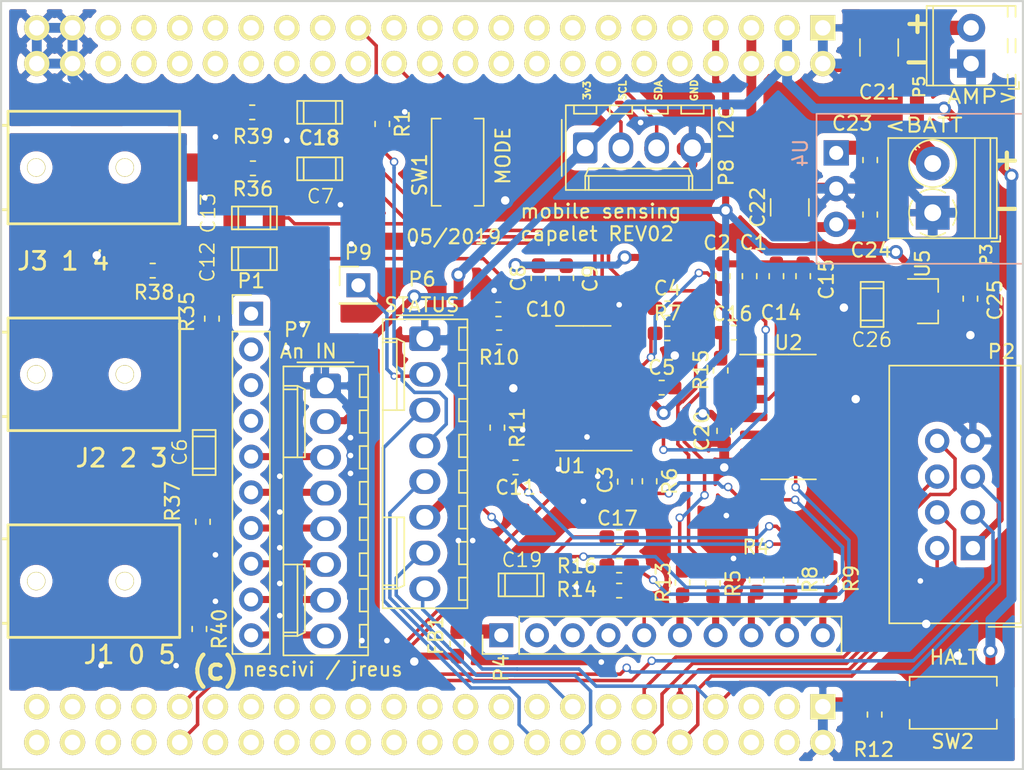
<source format=kicad_pcb>
(kicad_pcb (version 20171130) (host pcbnew "(5.1.2-1)-1")
  (title_block (title "Mobile Sensing Capelet") (date 2019-05-23) (rev v02))
  (layers (0 F.Cu signal hide) (31 B.Cu signal hide) (34 B.Paste user hide) (35 F.Paste user hide) (36 B.SilkS user) (37 F.SilkS user) (38 B.Mask user) (39 F.Mask user) (44 Edge.Cuts user))
  (net 0 "")
  (net 1 "Net-(C1-Pad1)")
  (net 2 REF_1.8V)
  (net 3 "Net-(C2-Pad1)")
  (net 4 "Net-(C3-Pad1)")
  (net 5 "Net-(C3-Pad2)")
  (net 6 "Net-(C4-Pad1)")
  (net 7 "Net-(C4-Pad2)")
  (net 8 GND)
  (net 9 /FILT_OUT0)
  (net 10 /FILT_OUT1)
  (net 11 "Net-(C8-Pad1)")
  (net 12 "Net-(C9-Pad1)")
  (net 13 "Net-(C10-Pad1)")
  (net 14 "Net-(C10-Pad2)")
  (net 15 "Net-(C11-Pad1)")
  (net 16 "Net-(C11-Pad2)")
  (net 17 /FILT_OUT2)
  (net 18 /FILT_OUT3)
  (net 19 "Net-(C14-Pad1)")
  (net 20 "Net-(C15-Pad1)")
  (net 21 "Net-(C16-Pad1)")
  (net 22 "Net-(C16-Pad2)")
  (net 23 "Net-(C17-Pad1)")
  (net 24 "Net-(C17-Pad2)")
  (net 25 /FILT_OUT4)
  (net 26 /FILT_OUT5)
  (net 27 /BELA_IN0)
  (net 28 /BELA_IN1)
  (net 29 /BELA_IN2)
  (net 30 /BELA_IN3)
  (net 31 /BELA_IN4)
  (net 32 /BELA_IN5)
  (net 33 /BELA_IN6)
  (net 34 /BELA_IN7)
  (net 35 /BELA_OUT0)
  (net 36 /BELA_OUT1)
  (net 37 /BELA_OUT2)
  (net 38 /BELA_OUT3)
  (net 39 /BELA_OUT4)
  (net 40 /BELA_OUT5)
  (net 41 /BELA_OUT6)
  (net 42 /BELA_OUT7)
  (net 43 BAT_11.1V)
  (net 44 /~HALT)
  (net 45 SYS_5V)
  (net 46 /D0)
  (net 47 SYS_3.3V)
  (net 48 RAW_5V)
  (net 49 /D1)
  (net 50 "Net-(U3-PadC9)")
  (net 51 /D3)
  (net 52 /D6)
  (net 53 /D5)
  (net 54 /D7)
  (net 55 /D10)
  (net 56 /D9)
  (net 57 "Net-(U3-PadC17)")
  (net 58 /D11)
  (net 59 "Net-(U3-PadC19)")
  (net 60 "Net-(U3-PadC20)")
  (net 61 "Net-(U3-PadC21)")
  (net 62 "Net-(U3-PadC22)")
  (net 63 "Net-(U3-PadC23)")
  (net 64 "Net-(U3-PadC25)")
  (net 65 /D13)
  (net 66 "Net-(U3-PadC29)")
  (net 67 /D15)
  (net 68 "Net-(U3-PadC31)")
  (net 69 "Net-(U3-PadC32)")
  (net 70 "Net-(U3-PadC33)")
  (net 71 "Net-(U3-PadC34)")
  (net 72 "Net-(U3-PadC35)")
  (net 73 "Net-(U3-PadC36)")
  (net 74 "Net-(U3-PadC37)")
  (net 75 "Net-(U3-PadC38)")
  (net 76 "Net-(U3-PadC39)")
  (net 77 "Net-(U3-PadC40)")
  (net 78 "Net-(U3-PadC41)")
  (net 79 "Net-(U3-PadC42)")
  (net 80 "Net-(U3-PadB4)")
  (net 81 "Net-(U3-PadB6)")
  (net 82 /D2)
  (net 83 /D4)
  (net 84 "Net-(U3-PadB13)")
  (net 85 "Net-(U3-PadB14)")
  (net 86 /D8)
  (net 87 "Net-(U3-PadB17)")
  (net 88 "Net-(U3-PadB19)")
  (net 89 "Net-(U3-PadB20)")
  (net 90 "Net-(U3-PadB21)")
  (net 91 "Net-(U3-PadB22)")
  (net 92 "Net-(U3-PadB23)")
  (net 93 "Net-(U3-PadB24)")
  (net 94 "Net-(U3-PadB25)")
  (net 95 "Net-(U3-PadB26)")
  (net 96 /D12)
  (net 97 /D14)
  (net 98 "Net-(U3-PadB31)")
  (net 99 "Net-(U3-PadB32)")
  (net 100 "Net-(U3-PadB33)")
  (net 101 "Net-(U3-PadB34)")
  (net 102 "Net-(U3-PadB35)")
  (net 103 "Net-(U3-PadB36)")
  (net 104 "Net-(U3-PadB39)")
  (net 105 "Net-(U3-PadB40)")
  (net 106 "Net-(U3-PadB41)")
  (net 107 "Net-(U3-PadB42)")
  (net 108 "Net-(U3-PadB43)")
  (net 109 "Net-(U3-PadB44)")
  (net 110 "Net-(U3-PadB45)")
  (net 111 "Net-(U3-PadB46)")
  (net 112 /RX)
  (net 113 /TX)
  (net 114 GNDA)
  (net 115 "Net-(U3-PadC10)")
  (net 116 "Net-(U3-PadC11)")
  (net 117 "Net-(U3-PadC13)")
  (net 118 "Net-(U3-PadC15)")
  (net 119 "Net-(U3-PadC18)")
  (net 120 "Net-(U3-PadC28)")
  (net 121 "Net-(U3-PadC30)")
  (net 122 "Net-(U3-PadB3)")
  (net 123 "Net-(U3-PadB5)")
  (net 124 "Net-(FB1-Pad1)")
  (net 125 "Net-(C6-Pad2)")
  (net 126 "Net-(C7-Pad2)")
  (net 127 "Net-(C12-Pad2)")
  (net 128 "Net-(C13-Pad2)")
  (net 129 "Net-(C18-Pad2)")
  (net 130 "Net-(C19-Pad2)")
  (net 131 "Net-(C26-Pad1)")
  (net 132 "Net-(P1-Pad1)")
  (net 133 "Net-(P1-Pad2)")
  (net 134 "Net-(P4-Pad2)")
  (net 135 /STATUS_LED)
  (net 136 /~SW_HALT)
  (net 137 /I2C_SCL)
  (net 138 /I2C_SDA)
  (net 139 "Net-(U2-Pad13)")
  (module jcr-ic:SOIC-14_3.9x8.7mm_P1.27mm (layer F.Cu) (at 73.14184 45.94098 180)
    (fp_text reference U1 (at 0.86614 -5.51942) (layer F.SilkS))
    (fp_text value MCP6004)
    (pad 14 smd roundrect (at 2.475 -3.81 180) (size 1.95 0.6) (layers F.Cu F.Paste F.Mask) (net 15 "Net-(C11-Pad1)"))
    (pad 13 smd roundrect (at 2.475 -2.54 180) (size 1.95 0.6) (layers F.Cu F.Paste F.Mask) (net 15 "Net-(C11-Pad1)"))
    (pad 12 smd roundrect (at 2.475 -1.27 180) (size 1.95 0.6) (layers F.Cu F.Paste F.Mask) (net 12 "Net-(C9-Pad1)"))
    (pad 11 smd roundrect (at 2.475 0 180) (size 1.95 0.6) (layers F.Cu F.Paste F.Mask) (net 8 GND))
    (pad 10 smd roundrect (at 2.475 1.27 180) (size 1.95 0.6) (layers F.Cu F.Paste F.Mask) (net 11 "Net-(C8-Pad1)"))
    (pad 9 smd roundrect (at 2.475 2.54 180) (size 1.95 0.6) (layers F.Cu F.Paste F.Mask) (net 13 "Net-(C10-Pad1)"))
    (pad 8 smd roundrect (at 2.475 3.81 180) (size 1.95 0.6) (layers F.Cu F.Paste F.Mask) (net 13 "Net-(C10-Pad1)"))
    (pad 7 smd roundrect (at -2.475 3.81 180) (size 1.95 0.6) (layers F.Cu F.Paste F.Mask) (net 6 "Net-(C4-Pad1)"))
    (pad 6 smd roundrect (at -2.475 2.54 180) (size 1.95 0.6) (layers F.Cu F.Paste F.Mask) (net 6 "Net-(C4-Pad1)"))
    (pad 5 smd roundrect (at -2.475 1.27 180) (size 1.95 0.6) (layers F.Cu F.Paste F.Mask) (net 3 "Net-(C2-Pad1)"))
    (pad 4 smd roundrect (at -2.475 0 180) (size 1.95 0.6) (layers F.Cu F.Paste F.Mask) (net 45 SYS_5V))
    (pad 3 smd roundrect (at -2.475 -1.27 180) (size 1.95 0.6) (layers F.Cu F.Paste F.Mask) (net 1 "Net-(C1-Pad1)"))
    (pad 2 smd roundrect (at -2.475 -2.54 180) (size 1.95 0.6) (layers F.Cu F.Paste F.Mask) (net 4 "Net-(C3-Pad1)"))
    (pad 1 smd roundrect (at -2.475 -3.81 180) (size 1.95 0.6) (layers F.Cu F.Paste F.Mask) (net 4 "Net-(C3-Pad1)"))
  )
  (module jcr-ic:SOIC-14_3.9x8.7mm_P1.27mm (layer F.Cu) (at 87.7316 47.9806)
    (fp_text reference U2 (at 0 -5.28) (layer F.SilkS))
    (fp_text value MCP6004)
    (pad 14 smd roundrect (at 2.475 -3.81) (size 1.95 0.6) (layers F.Cu F.Paste F.Mask) (net 139 "Net-(U2-Pad13)"))
    (pad 13 smd roundrect (at 2.475 -2.54) (size 1.95 0.6) (layers F.Cu F.Paste F.Mask) (net 139 "Net-(U2-Pad13)"))
    (pad 12 smd roundrect (at 2.475 -1.27) (size 1.95 0.6) (layers F.Cu F.Paste F.Mask) (net 8 GND))
    (pad 11 smd roundrect (at 2.475 0) (size 1.95 0.6) (layers F.Cu F.Paste F.Mask) (net 8 GND))
    (pad 10 smd roundrect (at 2.475 1.27) (size 1.95 0.6) (layers F.Cu F.Paste F.Mask) (net 131 "Net-(C26-Pad1)"))
    (pad 9 smd roundrect (at 2.475 2.54) (size 1.95 0.6) (layers F.Cu F.Paste F.Mask) (net 2 REF_1.8V))
    (pad 8 smd roundrect (at 2.475 3.81) (size 1.95 0.6) (layers F.Cu F.Paste F.Mask) (net 2 REF_1.8V))
    (pad 7 smd roundrect (at -2.475 3.81) (size 1.95 0.6) (layers F.Cu F.Paste F.Mask) (net 23 "Net-(C17-Pad1)"))
    (pad 6 smd roundrect (at -2.475 2.54) (size 1.95 0.6) (layers F.Cu F.Paste F.Mask) (net 23 "Net-(C17-Pad1)"))
    (pad 5 smd roundrect (at -2.475 1.27) (size 1.95 0.6) (layers F.Cu F.Paste F.Mask) (net 20 "Net-(C15-Pad1)"))
    (pad 4 smd roundrect (at -2.475 0) (size 1.95 0.6) (layers F.Cu F.Paste F.Mask) (net 45 SYS_5V))
    (pad 3 smd roundrect (at -2.475 -1.27) (size 1.95 0.6) (layers F.Cu F.Paste F.Mask) (net 19 "Net-(C14-Pad1)"))
    (pad 2 smd roundrect (at -2.475 -2.54) (size 1.95 0.6) (layers F.Cu F.Paste F.Mask) (net 21 "Net-(C16-Pad1)"))
    (pad 1 smd roundrect (at -2.475 -3.81) (size 1.95 0.6) (layers F.Cu F.Paste F.Mask) (net 21 "Net-(C16-Pad1)"))
  )
  (module jcr-conn:TerminalBlock_Phoenix_MPT_1x02_P2.54mm (layer F.Cu) (at 100.711 22.86 90)
    (fp_text reference P5 (at -1.651 -3.683 270) (layer F.SilkS) (effects (font (size 0.8 0.8))))
    (fp_text value PWR_OUT_AMPS)
    (pad "" np_thru_hole circle (at 2.54 2.54 90) (size 1.1 1.1) (drill 1.1) (layers *.Cu *.Mask))
    (pad 2 thru_hole circle (at 2.54 0 90) (size 2 2) (drill 1.1) (layers *.Cu *.Mask) (net 43 BAT_11.1V))
    (pad "" np_thru_hole circle (at 0 2.54 90) (size 1.1 1.1) (drill 1.1) (layers *.Cu *.Mask))
    (pad 1 thru_hole rect (at 0 0 90) (size 2 2) (drill 1.1) (layers *.Cu *.Mask) (net 8 GND))
  )
  (module jcr-device:R_0603_SMD_Handsolder (layer F.Cu) (at 82.3595 59.817 270)
    (fp_text reference R5 (at 0 -1.43 90) (layer F.SilkS))
    (fp_text value 28.7k)
    (pad 2 smd roundrect (at 0.875 0 270) (size 1.05 0.95) (layers F.Cu F.Paste F.Mask) (net 38 /BELA_OUT3))
    (pad 1 smd roundrect (at -0.875 0 270) (size 1.05 0.95) (layers F.Cu F.Paste F.Mask) (net 7 "Net-(C4-Pad2)"))
  )
  (module Lumberg:Lumberg_1503_03 (layer F.Cu) (at 38.35 30.25)
    (fp_text reference J3 hide)
    (fp_text value "J3 1 4" (at -2.1804 6.6562) (layer F.SilkS) (effects (font (size 1.27 1.27) (thickness 0.2))))
    (pad "" np_thru_hole circle (at 2.2 0) (size 1.3 1.3) (drill 1.2) (layers *.Cu *.Mask F.SilkS))
    (pad "" np_thru_hole circle (at -4.1 0) (size 1.3 1.3) (drill 1.2) (layers *.Cu *.Mask F.SilkS))
    (pad "" smd rect (at -3.1 -5) (size 2 2) (drill (offset 0 0.5)) (layers F.Cu F.Paste F.Mask))
    (pad "" smd rect (at -3.1 5) (size 2 2) (drill (offset 0 -0.5)) (layers F.Cu F.Paste F.Mask))
    (pad 3 smd rect (at 3.65 -4) (size 2 2) (layers F.Cu F.Paste F.Mask) (net 25 /FILT_OUT4))
    (pad 2 smd rect (at 6.1 0) (size 2 2) (drill (offset 0.75 0)) (layers F.Cu F.Paste F.Mask) (net 10 /FILT_OUT1))
    (pad 1 smd rect (at 3.65 4) (size 2 2) (layers F.Cu F.Paste F.Mask) (net 114 GNDA))
  )
  (module BBB:beagleboneblack_nomount (layer F.Cu) (at 66.675 45.72)
    (fp_text reference U3 hide)
    (fp_text value BEAGLEBONEBLACK hide)
    (pad B46 thru_hole circle (at -32.385 25.4) (size 1.8 1.8) (drill 1.1) (layers *.Cu *.Mask F.SilkS) (net 111 "Net-(U3-PadB46)"))
    (pad B45 thru_hole circle (at -32.385 22.86) (size 1.8 1.8) (drill 1.1) (layers *.Cu *.Mask F.SilkS) (net 110 "Net-(U3-PadB45)"))
    (pad B44 thru_hole circle (at -29.845 25.4) (size 1.8 1.8) (drill 1.1) (layers *.Cu *.Mask F.SilkS) (net 109 "Net-(U3-PadB44)"))
    (pad B43 thru_hole circle (at -29.845 22.86) (size 1.8 1.8) (drill 1.1) (layers *.Cu *.Mask F.SilkS) (net 108 "Net-(U3-PadB43)"))
    (pad B42 thru_hole circle (at -27.305 25.4) (size 1.8 1.8) (drill 1.1) (layers *.Cu *.Mask F.SilkS) (net 107 "Net-(U3-PadB42)"))
    (pad B41 thru_hole circle (at -27.305 22.86) (size 1.8 1.8) (drill 1.1) (layers *.Cu *.Mask F.SilkS) (net 106 "Net-(U3-PadB41)"))
    (pad B40 thru_hole circle (at -24.765 25.4) (size 1.8 1.8) (drill 1.1) (layers *.Cu *.Mask F.SilkS) (net 105 "Net-(U3-PadB40)"))
    (pad B39 thru_hole circle (at -24.765 22.86) (size 1.8 1.8) (drill 1.1) (layers *.Cu *.Mask F.SilkS) (net 104 "Net-(U3-PadB39)"))
    (pad B38 thru_hole circle (at -22.225 25.4) (size 1.8 1.8) (drill 1.1) (layers *.Cu *.Mask F.SilkS) (net 112 /RX))
    (pad B37 thru_hole circle (at -22.225 22.86) (size 1.8 1.8) (drill 1.1) (layers *.Cu *.Mask F.SilkS) (net 113 /TX))
    (pad B36 thru_hole circle (at -19.685 25.4) (size 1.8 1.8) (drill 1.1) (layers *.Cu *.Mask F.SilkS) (net 103 "Net-(U3-PadB36)"))
    (pad B35 thru_hole circle (at -19.685 22.86) (size 1.8 1.8) (drill 1.1) (layers *.Cu *.Mask F.SilkS) (net 102 "Net-(U3-PadB35)"))
    (pad B34 thru_hole circle (at -17.145 25.4) (size 1.8 1.8) (drill 1.1) (layers *.Cu *.Mask F.SilkS) (net 101 "Net-(U3-PadB34)"))
    (pad B33 thru_hole circle (at -17.145 22.86) (size 1.8 1.8) (drill 1.1) (layers *.Cu *.Mask F.SilkS) (net 100 "Net-(U3-PadB33)"))
    (pad B32 thru_hole circle (at -14.605 25.4) (size 1.8 1.8) (drill 1.1) (layers *.Cu *.Mask F.SilkS) (net 99 "Net-(U3-PadB32)"))
    (pad B31 thru_hole circle (at -14.605 22.86) (size 1.8 1.8) (drill 1.1) (layers *.Cu *.Mask F.SilkS) (net 98 "Net-(U3-PadB31)"))
    (pad B30 thru_hole circle (at -12.065 25.4) (size 1.8 1.8) (drill 1.1) (layers *.Cu *.Mask F.SilkS) (net 67 /D15))
    (pad B29 thru_hole circle (at -12.065 22.86) (size 1.8 1.8) (drill 1.1) (layers *.Cu *.Mask F.SilkS) (net 97 /D14))
    (pad B28 thru_hole circle (at -9.525 25.4) (size 1.8 1.8) (drill 1.1) (layers *.Cu *.Mask F.SilkS) (net 65 /D13))
    (pad B27 thru_hole circle (at -9.525 22.86) (size 1.8 1.8) (drill 1.1) (layers *.Cu *.Mask F.SilkS) (net 96 /D12))
    (pad B26 thru_hole circle (at -6.985 25.4) (size 1.8 1.8) (drill 1.1) (layers *.Cu *.Mask F.SilkS) (net 95 "Net-(U3-PadB26)"))
    (pad B25 thru_hole circle (at -6.985 22.86) (size 1.8 1.8) (drill 1.1) (layers *.Cu *.Mask F.SilkS) (net 94 "Net-(U3-PadB25)"))
    (pad B24 thru_hole circle (at -4.445 25.4) (size 1.8 1.8) (drill 1.1) (layers *.Cu *.Mask F.SilkS) (net 93 "Net-(U3-PadB24)"))
    (pad B23 thru_hole circle (at -4.445 22.86) (size 1.8 1.8) (drill 1.1) (layers *.Cu *.Mask F.SilkS) (net 92 "Net-(U3-PadB23)"))
    (pad B22 thru_hole circle (at -1.905 25.4) (size 1.8 1.8) (drill 1.1) (layers *.Cu *.Mask F.SilkS) (net 91 "Net-(U3-PadB22)"))
    (pad B21 thru_hole circle (at -1.905 22.86) (size 1.8 1.8) (drill 1.1) (layers *.Cu *.Mask F.SilkS) (net 90 "Net-(U3-PadB21)"))
    (pad B20 thru_hole circle (at 0.635 25.4) (size 1.8 1.8) (drill 1.1) (layers *.Cu *.Mask F.SilkS) (net 89 "Net-(U3-PadB20)"))
    (pad B19 thru_hole circle (at 0.635 22.86) (size 1.8 1.8) (drill 1.1) (layers *.Cu *.Mask F.SilkS) (net 88 "Net-(U3-PadB19)"))
    (pad B18 thru_hole circle (at 3.175 25.4) (size 1.8 1.8) (drill 1.1) (layers *.Cu *.Mask F.SilkS) (net 58 /D11))
    (pad B17 thru_hole circle (at 3.175 22.86) (size 1.8 1.8) (drill 1.1) (layers *.Cu *.Mask F.SilkS) (net 87 "Net-(U3-PadB17)"))
    (pad B16 thru_hole circle (at 5.715 25.4) (size 1.8 1.8) (drill 1.1) (layers *.Cu *.Mask F.SilkS) (net 56 /D9))
    (pad B15 thru_hole circle (at 5.715 22.86) (size 1.8 1.8) (drill 1.1) (layers *.Cu *.Mask F.SilkS) (net 86 /D8))
    (pad B14 thru_hole circle (at 8.255 25.4) (size 1.8 1.8) (drill 1.1) (layers *.Cu *.Mask F.SilkS) (net 85 "Net-(U3-PadB14)"))
    (pad B13 thru_hole circle (at 8.255 22.86) (size 1.8 1.8) (drill 1.1) (layers *.Cu *.Mask F.SilkS) (net 84 "Net-(U3-PadB13)"))
    (pad B12 thru_hole circle (at 10.795 25.4) (size 1.8 1.8) (drill 1.1) (layers *.Cu *.Mask F.SilkS) (net 53 /D5))
    (pad B11 thru_hole circle (at 10.795 22.86) (size 1.8 1.8) (drill 1.1) (layers *.Cu *.Mask F.SilkS) (net 83 /D4))
    (pad B10 thru_hole circle (at 13.335 25.4) (size 1.8 1.8) (drill 1.1) (layers *.Cu *.Mask F.SilkS) (net 51 /D3))
    (pad B9 thru_hole circle (at 13.335 22.86) (size 1.8 1.8) (drill 1.1) (layers *.Cu *.Mask F.SilkS) (net 82 /D2))
    (pad B8 thru_hole circle (at 15.875 25.4) (size 1.8 1.8) (drill 1.1) (layers *.Cu *.Mask F.SilkS) (net 49 /D1))
    (pad B7 thru_hole circle (at 15.875 22.86) (size 1.8 1.8) (drill 1.1) (layers *.Cu *.Mask F.SilkS) (net 46 /D0))
    (pad B6 thru_hole circle (at 18.415 25.4) (size 1.8 1.8) (drill 1.1) (layers *.Cu *.Mask F.SilkS) (net 81 "Net-(U3-PadB6)"))
    (pad B5 thru_hole circle (at 18.415 22.86) (size 1.8 1.8) (drill 1.1) (layers *.Cu *.Mask F.SilkS) (net 123 "Net-(U3-PadB5)"))
    (pad B4 thru_hole circle (at 20.955 25.4) (size 1.8 1.8) (drill 1.1) (layers *.Cu *.Mask F.SilkS) (net 80 "Net-(U3-PadB4)"))
    (pad B3 thru_hole circle (at 20.955 22.86) (size 1.8 1.8) (drill 1.1) (layers *.Cu *.Mask F.SilkS) (net 122 "Net-(U3-PadB3)"))
    (pad B2 thru_hole circle (at 23.495 25.4) (size 1.8 1.8) (drill 1.1) (layers *.Cu *.Mask F.SilkS) (net 8 GND))
    (pad B1 thru_hole rect (at 23.495 22.86) (size 1.8 1.8) (drill 1.1) (layers *.Cu *.Mask F.SilkS) (net 8 GND))
    (pad C46 thru_hole circle (at -32.385 -22.86) (size 1.8 1.8) (drill 1.1) (layers *.Cu *.Mask F.SilkS) (net 8 GND))
    (pad C45 thru_hole circle (at -32.385 -25.4) (size 1.8 1.8) (drill 1.1) (layers *.Cu *.Mask F.SilkS) (net 8 GND))
    (pad C44 thru_hole circle (at -29.845 -22.86) (size 1.8 1.8) (drill 1.1) (layers *.Cu *.Mask F.SilkS) (net 8 GND))
    (pad C43 thru_hole circle (at -29.845 -25.4) (size 1.8 1.8) (drill 1.1) (layers *.Cu *.Mask F.SilkS) (net 8 GND))
    (pad C42 thru_hole circle (at -27.305 -22.86) (size 1.8 1.8) (drill 1.1) (layers *.Cu *.Mask F.SilkS) (net 79 "Net-(U3-PadC42)"))
    (pad C41 thru_hole circle (at -27.305 -25.4) (size 1.8 1.8) (drill 1.1) (layers *.Cu *.Mask F.SilkS) (net 78 "Net-(U3-PadC41)"))
    (pad C40 thru_hole circle (at -24.765 -22.86) (size 1.8 1.8) (drill 1.1) (layers *.Cu *.Mask F.SilkS) (net 77 "Net-(U3-PadC40)"))
    (pad C39 thru_hole circle (at -24.765 -25.4) (size 1.8 1.8) (drill 1.1) (layers *.Cu *.Mask F.SilkS) (net 76 "Net-(U3-PadC39)"))
    (pad C38 thru_hole circle (at -22.225 -22.86) (size 1.8 1.8) (drill 1.1) (layers *.Cu *.Mask F.SilkS) (net 75 "Net-(U3-PadC38)"))
    (pad C37 thru_hole circle (at -22.225 -25.4) (size 1.8 1.8) (drill 1.1) (layers *.Cu *.Mask F.SilkS) (net 74 "Net-(U3-PadC37)"))
    (pad C36 thru_hole circle (at -19.685 -22.86) (size 1.8 1.8) (drill 1.1) (layers *.Cu *.Mask F.SilkS) (net 73 "Net-(U3-PadC36)"))
    (pad C35 thru_hole circle (at -19.685 -25.4) (size 1.8 1.8) (drill 1.1) (layers *.Cu *.Mask F.SilkS) (net 72 "Net-(U3-PadC35)"))
    (pad C34 thru_hole circle (at -17.145 -22.86) (size 1.8 1.8) (drill 1.1) (layers *.Cu *.Mask F.SilkS) (net 71 "Net-(U3-PadC34)"))
    (pad C33 thru_hole circle (at -17.145 -25.4) (size 1.8 1.8) (drill 1.1) (layers *.Cu *.Mask F.SilkS) (net 70 "Net-(U3-PadC33)"))
    (pad C32 thru_hole circle (at -14.605 -22.86) (size 1.8 1.8) (drill 1.1) (layers *.Cu *.Mask F.SilkS) (net 69 "Net-(U3-PadC32)"))
    (pad C31 thru_hole circle (at -14.605 -25.4) (size 1.8 1.8) (drill 1.1) (layers *.Cu *.Mask F.SilkS) (net 68 "Net-(U3-PadC31)"))
    (pad C30 thru_hole circle (at -12.065 -22.86) (size 1.8 1.8) (drill 1.1) (layers *.Cu *.Mask F.SilkS) (net 121 "Net-(U3-PadC30)"))
    (pad C29 thru_hole circle (at -12.065 -25.4) (size 1.8 1.8) (drill 1.1) (layers *.Cu *.Mask F.SilkS) (net 66 "Net-(U3-PadC29)"))
    (pad C28 thru_hole circle (at -9.525 -22.86) (size 1.8 1.8) (drill 1.1) (layers *.Cu *.Mask F.SilkS) (net 120 "Net-(U3-PadC28)"))
    (pad C27 thru_hole circle (at -9.525 -25.4) (size 1.8 1.8) (drill 1.1) (layers *.Cu *.Mask F.SilkS) (net 44 /~HALT))
    (pad C26 thru_hole circle (at -6.985 -22.86) (size 1.8 1.8) (drill 1.1) (layers *.Cu *.Mask F.SilkS) (net 137 /I2C_SCL))
    (pad C25 thru_hole circle (at -6.985 -25.4) (size 1.8 1.8) (drill 1.1) (layers *.Cu *.Mask F.SilkS) (net 64 "Net-(U3-PadC25)"))
    (pad C24 thru_hole circle (at -4.445 -22.86) (size 1.8 1.8) (drill 1.1) (layers *.Cu *.Mask F.SilkS) (net 138 /I2C_SDA))
    (pad C23 thru_hole circle (at -4.445 -25.4) (size 1.8 1.8) (drill 1.1) (layers *.Cu *.Mask F.SilkS) (net 63 "Net-(U3-PadC23)"))
    (pad C22 thru_hole circle (at -1.905 -22.86) (size 1.8 1.8) (drill 1.1) (layers *.Cu *.Mask F.SilkS) (net 62 "Net-(U3-PadC22)"))
    (pad C21 thru_hole circle (at -1.905 -25.4) (size 1.8 1.8) (drill 1.1) (layers *.Cu *.Mask F.SilkS) (net 61 "Net-(U3-PadC21)"))
    (pad C20 thru_hole circle (at 0.635 -22.86) (size 1.8 1.8) (drill 1.1) (layers *.Cu *.Mask F.SilkS) (net 60 "Net-(U3-PadC20)"))
    (pad C19 thru_hole circle (at 0.635 -25.4) (size 1.8 1.8) (drill 1.1) (layers *.Cu *.Mask F.SilkS) (net 59 "Net-(U3-PadC19)"))
    (pad C18 thru_hole circle (at 3.175 -22.86) (size 1.8 1.8) (drill 1.1) (layers *.Cu *.Mask F.SilkS) (net 119 "Net-(U3-PadC18)"))
    (pad C17 thru_hole circle (at 3.175 -25.4) (size 1.8 1.8) (drill 1.1) (layers *.Cu *.Mask F.SilkS) (net 57 "Net-(U3-PadC17)"))
    (pad C16 thru_hole circle (at 5.715 -22.86) (size 1.8 1.8) (drill 1.1) (layers *.Cu *.Mask F.SilkS) (net 55 /D10))
    (pad C15 thru_hole circle (at 5.715 -25.4) (size 1.8 1.8) (drill 1.1) (layers *.Cu *.Mask F.SilkS) (net 118 "Net-(U3-PadC15)"))
    (pad C14 thru_hole circle (at 8.255 -22.86) (size 1.8 1.8) (drill 1.1) (layers *.Cu *.Mask F.SilkS) (net 54 /D7))
    (pad C13 thru_hole circle (at 8.255 -25.4) (size 1.8 1.8) (drill 1.1) (layers *.Cu *.Mask F.SilkS) (net 117 "Net-(U3-PadC13)"))
    (pad C12 thru_hole circle (at 10.795 -22.86) (size 1.8 1.8) (drill 1.1) (layers *.Cu *.Mask F.SilkS) (net 52 /D6))
    (pad C11 thru_hole circle (at 10.795 -25.4) (size 1.8 1.8) (drill 1.1) (layers *.Cu *.Mask F.SilkS) (net 116 "Net-(U3-PadC11)"))
    (pad C10 thru_hole circle (at 13.335 -22.86) (size 1.8 1.8) (drill 1.1) (layers *.Cu *.Mask F.SilkS) (net 115 "Net-(U3-PadC10)"))
    (pad C9 thru_hole circle (at 13.335 -25.4) (size 1.8 1.8) (drill 1.1) (layers *.Cu *.Mask F.SilkS) (net 50 "Net-(U3-PadC9)"))
    (pad C8 thru_hole circle (at 15.875 -22.86) (size 1.8 1.8) (drill 1.1) (layers *.Cu *.Mask F.SilkS) (net 45 SYS_5V))
    (pad C7 thru_hole circle (at 15.875 -25.4) (size 1.8 1.8) (drill 1.1) (layers *.Cu *.Mask F.SilkS) (net 45 SYS_5V))
    (pad C6 thru_hole circle (at 18.415 -22.86) (size 1.8 1.8) (drill 1.1) (layers *.Cu *.Mask F.SilkS) (net 48 RAW_5V))
    (pad C5 thru_hole circle (at 18.415 -25.4) (size 1.8 1.8) (drill 1.1) (layers *.Cu *.Mask F.SilkS) (net 48 RAW_5V))
    (pad C4 thru_hole circle (at 20.955 -22.86) (size 1.8 1.8) (drill 1.1) (layers *.Cu *.Mask F.SilkS) (net 47 SYS_3.3V))
    (pad C3 thru_hole circle (at 20.955 -25.4) (size 1.8 1.8) (drill 1.1) (layers *.Cu *.Mask F.SilkS) (net 47 SYS_3.3V))
    (pad C2 thru_hole circle (at 23.495 -22.86) (size 1.8 1.8) (drill 1.1) (layers *.Cu *.Mask F.SilkS) (net 8 GND))
    (pad C1 thru_hole rect (at 23.495 -25.4) (size 1.8 1.8) (drill 1.1) (layers *.Cu *.Mask F.SilkS) (net 8 GND))
  )
  (module Lumberg:Lumberg_1503_03 (layer F.Cu) (at 38.35 44.95)
    (fp_text reference J2 hide)
    (fp_text value "J2 2 3" (at 1.9725 5.9516) (layer F.SilkS) (effects (font (size 1.27 1.27) (thickness 0.2))))
    (pad "" np_thru_hole circle (at 2.2 0) (size 1.3 1.3) (drill 1.2) (layers *.Cu *.Mask F.SilkS))
    (pad "" np_thru_hole circle (at -4.1 0) (size 1.3 1.3) (drill 1.2) (layers *.Cu *.Mask F.SilkS))
    (pad "" smd rect (at -3.1 -5) (size 2 2) (drill (offset 0 0.5)) (layers F.Cu F.Paste F.Mask))
    (pad "" smd rect (at -3.1 5) (size 2 2) (drill (offset 0 -0.5)) (layers F.Cu F.Paste F.Mask))
    (pad 3 smd rect (at 3.65 -4) (size 2 2) (layers F.Cu F.Paste F.Mask) (net 18 /FILT_OUT3))
    (pad 2 smd rect (at 6.1 0) (size 2 2) (drill (offset 0.75 0)) (layers F.Cu F.Paste F.Mask) (net 17 /FILT_OUT2))
    (pad 1 smd rect (at 3.65 4) (size 2 2) (layers F.Cu F.Paste F.Mask) (net 114 GNDA))
  )
  (module Lumberg:Lumberg_1503_03 (layer F.Cu) (at 38.35 59.65)
    (fp_text reference J1 hide)
    (fp_text value "J1 0 5" (at 2.544 5.2343) (layer F.SilkS) (effects (font (size 1.27 1.27) (thickness 0.2))))
    (pad "" np_thru_hole circle (at 2.2 0) (size 1.3 1.3) (drill 1.2) (layers *.Cu *.Mask F.SilkS))
    (pad "" np_thru_hole circle (at -4.1 0) (size 1.3 1.3) (drill 1.2) (layers *.Cu *.Mask F.SilkS))
    (pad "" smd rect (at -3.1 -5) (size 2 2) (drill (offset 0 0.5)) (layers F.Cu F.Paste F.Mask))
    (pad "" smd rect (at -3.1 5) (size 2 2) (drill (offset 0 -0.5)) (layers F.Cu F.Paste F.Mask))
    (pad 3 smd rect (at 3.65 -4) (size 2 2) (layers F.Cu F.Paste F.Mask) (net 26 /FILT_OUT5))
    (pad 2 smd rect (at 6.1 0) (size 2 2) (drill (offset 0.75 0)) (layers F.Cu F.Paste F.Mask) (net 9 /FILT_OUT0))
    (pad 1 smd rect (at 3.65 4) (size 2 2) (layers F.Cu F.Paste F.Mask) (net 114 GNDA))
  )
  (module jcr-device:C_0603_SMD_HandSolder (layer F.Cu) (at 84.963 37.973 90)
    (fp_text reference C1 (at 2.3876 0.2667 180) (layer F.SilkS))
    (fp_text value 220pF)
    (pad 2 smd roundrect (at 0.875 0 90) (size 1.05 0.95) (layers F.Cu F.Paste F.Mask) (net 2 REF_1.8V))
    (pad 1 smd roundrect (at -0.875 0 90) (size 1.05 0.95) (layers F.Cu F.Paste F.Mask) (net 1 "Net-(C1-Pad1)"))
  )
  (module jcr-device:C_0603_SMD_HandSolder (layer F.Cu) (at 83.058 37.973 90)
    (fp_text reference C2 (at 2.3622 -0.4191 180) (layer F.SilkS))
    (fp_text value 220pF)
    (pad 2 smd roundrect (at 0.875 0 90) (size 1.05 0.95) (layers F.Cu F.Paste F.Mask) (net 2 REF_1.8V))
    (pad 1 smd roundrect (at -0.875 0 90) (size 1.05 0.95) (layers F.Cu F.Paste F.Mask) (net 3 "Net-(C2-Pad1)"))
  )
  (module jcr-device:C_0603_SMD_HandSolder (layer F.Cu) (at 76.0984 52.578 270)
    (fp_text reference C3 (at -0.1143 1.397 90) (layer F.SilkS))
    (fp_text value 440pF)
    (pad 2 smd roundrect (at 0.875 0 270) (size 1.05 0.95) (layers F.Cu F.Paste F.Mask) (net 5 "Net-(C3-Pad2)"))
    (pad 1 smd roundrect (at -0.875 0 270) (size 1.05 0.95) (layers F.Cu F.Paste F.Mask) (net 4 "Net-(C3-Pad1)"))
  )
  (module jcr-device:C_0603_SMD_HandSolder (layer F.Cu) (at 79.121 40.259)
    (fp_text reference C4 (at 0 -1.43) (layer F.SilkS))
    (fp_text value 440pF)
    (pad 2 smd roundrect (at 0.875 0) (size 1.05 0.95) (layers F.Cu F.Paste F.Mask) (net 7 "Net-(C4-Pad2)"))
    (pad 1 smd roundrect (at -0.875 0) (size 1.05 0.95) (layers F.Cu F.Paste F.Mask) (net 6 "Net-(C4-Pad1)"))
  )
  (module jcr-device:C_0603_SMD_HandSolder (layer F.Cu) (at 78.7146 45.8978)
    (fp_text reference C5 (at 0 -1.43) (layer F.SilkS))
    (fp_text value 100nF)
    (pad 2 smd roundrect (at 0.875 0) (size 1.05 0.95) (layers F.Cu F.Paste F.Mask) (net 8 GND))
    (pad 1 smd roundrect (at -0.875 0) (size 1.05 0.95) (layers F.Cu F.Paste F.Mask) (net 45 SYS_5V))
  )
  (module jcr-device:C_1206 (layer F.Cu) (at 46.1899 50.5079 90)
    (fp_text reference C6 (at 0.0254 -1.7399 90) (layer F.SilkS) (effects (font (thickness 0.11938))))
    (fp_text value 1uF hide)
    (pad 2 smd rect (at -1.397 0 90) (size 1.6002 1.8034) (layers F.Cu F.Paste F.Mask) (net 125 "Net-(C6-Pad2)"))
    (pad 1 smd rect (at 1.397 0 90) (size 1.6002 1.8034) (layers F.Cu F.Paste F.Mask) (net 4 "Net-(C3-Pad1)"))
  )
  (module jcr-device:C_1206 (layer F.Cu) (at 54.4068 30.3403)
    (fp_text reference C7 (at 0.0508 1.9558) (layer F.SilkS) (effects (font (thickness 0.11938))))
    (fp_text value 1uF hide)
    (pad 2 smd rect (at -1.397 0) (size 1.6002 1.8034) (layers F.Cu F.Paste F.Mask) (net 126 "Net-(C7-Pad2)"))
    (pad 1 smd rect (at 1.397 0) (size 1.6002 1.8034) (layers F.Cu F.Paste F.Mask) (net 6 "Net-(C4-Pad1)"))
  )
  (module jcr-device:C_0603_SMD_HandSolder (layer F.Cu) (at 69.9516 38.1 90)
    (fp_text reference C8 (at 0 -1.43 90) (layer F.SilkS))
    (fp_text value 220pF)
    (pad 2 smd roundrect (at 0.875 0 90) (size 1.05 0.95) (layers F.Cu F.Paste F.Mask) (net 2 REF_1.8V))
    (pad 1 smd roundrect (at -0.875 0 90) (size 1.05 0.95) (layers F.Cu F.Paste F.Mask) (net 11 "Net-(C8-Pad1)"))
  )
  (module jcr-device:C_0603_SMD_HandSolder (layer F.Cu) (at 71.9328 38.1 90)
    (fp_text reference C9 (at -0.0508 1.7018 90) (layer F.SilkS))
    (fp_text value 220pF)
    (pad 2 smd roundrect (at 0.875 0 90) (size 1.05 0.95) (layers F.Cu F.Paste F.Mask) (net 2 REF_1.8V))
    (pad 1 smd roundrect (at -0.875 0 90) (size 1.05 0.95) (layers F.Cu F.Paste F.Mask) (net 12 "Net-(C9-Pad1)"))
  )
  (module jcr-device:C_0603_SMD_HandSolder (layer F.Cu) (at 67.1068 40.3352 180)
    (fp_text reference C10 (at -3.3655 0) (layer F.SilkS))
    (fp_text value 440pF)
    (pad 2 smd roundrect (at 0.875 0 180) (size 1.05 0.95) (layers F.Cu F.Paste F.Mask) (net 14 "Net-(C10-Pad2)"))
    (pad 1 smd roundrect (at -0.875 0 180) (size 1.05 0.95) (layers F.Cu F.Paste F.Mask) (net 13 "Net-(C10-Pad1)"))
  )
  (module jcr-device:C_0603_SMD_HandSolder (layer F.Cu) (at 68.326 51.562 180)
    (fp_text reference C11 (at 0 -1.43) (layer F.SilkS))
    (fp_text value 440pF)
    (pad 1 smd roundrect (at -0.875 0 180) (size 1.05 0.95) (layers F.Cu F.Paste F.Mask) (net 15 "Net-(C11-Pad1)"))
    (pad 2 smd roundrect (at 0.875 0 180) (size 1.05 0.95) (layers F.Cu F.Paste F.Mask) (net 16 "Net-(C11-Pad2)"))
  )
  (module jcr-device:C_1206 (layer F.Cu) (at 49.7586 36.7284)
    (fp_text reference C12 (at -3.3401 0.2413 90) (layer F.SilkS) (effects (font (thickness 0.11938))))
    (fp_text value 1uF hide)
    (pad 2 smd rect (at -1.397 0) (size 1.6002 1.8034) (layers F.Cu F.Paste F.Mask) (net 127 "Net-(C12-Pad2)"))
    (pad 1 smd rect (at 1.397 0) (size 1.6002 1.8034) (layers F.Cu F.Paste F.Mask) (net 13 "Net-(C10-Pad1)"))
  )
  (module jcr-device:C_1206 (layer F.Cu) (at 49.7586 33.8328)
    (fp_text reference C13 (at -3.2893 -0.3429 90) (layer F.SilkS) (effects (font (thickness 0.11938))))
    (fp_text value 1uF hide)
    (pad 2 smd rect (at -1.397 0) (size 1.6002 1.8034) (layers F.Cu F.Paste F.Mask) (net 128 "Net-(C13-Pad2)"))
    (pad 1 smd rect (at 1.397 0) (size 1.6002 1.8034) (layers F.Cu F.Paste F.Mask) (net 15 "Net-(C11-Pad1)"))
  )
  (module jcr-device:C_0603_SMD_HandSolder (layer F.Cu) (at 86.868 37.973 90)
    (fp_text reference C14 (at -2.5908 0.3175 180) (layer F.SilkS))
    (fp_text value 220pF)
    (pad 2 smd roundrect (at 0.875 0 90) (size 1.05 0.95) (layers F.Cu F.Paste F.Mask) (net 2 REF_1.8V))
    (pad 1 smd roundrect (at -0.875 0 90) (size 1.05 0.95) (layers F.Cu F.Paste F.Mask) (net 19 "Net-(C14-Pad1)"))
  )
  (module jcr-device:C_0603_SMD_HandSolder (layer F.Cu) (at 88.773 37.973 90)
    (fp_text reference C15 (at -0.2286 1.651 270) (layer F.SilkS))
    (fp_text value 220pF)
    (pad 2 smd roundrect (at 0.875 0 90) (size 1.05 0.95) (layers F.Cu F.Paste F.Mask) (net 2 REF_1.8V))
    (pad 1 smd roundrect (at -0.875 0 90) (size 1.05 0.95) (layers F.Cu F.Paste F.Mask) (net 20 "Net-(C15-Pad1)"))
  )
  (module jcr-device:C_0603_SMD_HandSolder (layer F.Cu) (at 83.8454 41.9862 180)
    (fp_text reference C16 (at 0.1143 1.3335) (layer F.SilkS))
    (fp_text value 440pF)
    (pad 2 smd roundrect (at 0.875 0 180) (size 1.05 0.95) (layers F.Cu F.Paste F.Mask) (net 22 "Net-(C16-Pad2)"))
    (pad 1 smd roundrect (at -0.875 0 180) (size 1.05 0.95) (layers F.Cu F.Paste F.Mask) (net 21 "Net-(C16-Pad1)"))
  )
  (module jcr-device:C_0603_SMD_HandSolder (layer F.Cu) (at 75.692 56.515)
    (fp_text reference C17 (at -0.127 -1.3335) (layer F.SilkS))
    (fp_text value 440pF)
    (pad 2 smd roundrect (at 0.875 0) (size 1.05 0.95) (layers F.Cu F.Paste F.Mask) (net 24 "Net-(C17-Pad2)"))
    (pad 1 smd roundrect (at -0.875 0) (size 1.05 0.95) (layers F.Cu F.Paste F.Mask) (net 23 "Net-(C17-Pad1)"))
  )
  (module jcr-device:C_1206 (layer F.Cu) (at 54.4068 26.3271)
    (fp_text reference C18 (at -0.0381 1.8161) (layer F.SilkS) (effects (font (thickness 0.175095))))
    (fp_text value 1uF hide)
    (pad 2 smd rect (at -1.397 0) (size 1.6002 1.8034) (layers F.Cu F.Paste F.Mask) (net 129 "Net-(C18-Pad2)"))
    (pad 1 smd rect (at 1.397 0) (size 1.6002 1.8034) (layers F.Cu F.Paste F.Mask) (net 21 "Net-(C16-Pad1)"))
  )
  (module jcr-device:C_1206 (layer F.Cu) (at 68.7197 59.9186)
    (fp_text reference C19 (at 0.0635 -1.778) (layer F.SilkS) (effects (font (thickness 0.11938))))
    (fp_text value 1uF hide)
    (pad 2 smd rect (at -1.397 0) (size 1.6002 1.8034) (layers F.Cu F.Paste F.Mask) (net 130 "Net-(C19-Pad2)"))
    (pad 1 smd rect (at 1.397 0) (size 1.6002 1.8034) (layers F.Cu F.Paste F.Mask) (net 23 "Net-(C17-Pad1)"))
  )
  (module jcr-device:C_0603_SMD_HandSolder (layer F.Cu) (at 83.1596 48.9712 270)
    (fp_text reference C20 (at 0 1.5875 90) (layer F.SilkS))
    (fp_text value 100nF)
    (pad 2 smd roundrect (at 0.875 0 270) (size 1.05 0.95) (layers F.Cu F.Paste F.Mask) (net 8 GND))
    (pad 1 smd roundrect (at -0.875 0 270) (size 1.05 0.95) (layers F.Cu F.Paste F.Mask) (net 45 SYS_5V))
  )
  (module jcr-device:C_1210 (layer F.Cu) (at 94.1705 21.717 270)
    (fp_text reference C21 (at 3.175 0 180) (layer F.SilkS))
    (fp_text value 10uF)
    (pad 2 smd roundrect (at 1.4 0 270) (size 1.25 2.65) (layers F.Cu F.Paste F.Mask) (roundrect_rratio 0.2) (net 8 GND))
    (pad 1 smd roundrect (at -1.4 0 270) (size 1.25 2.65) (layers F.Cu F.Paste F.Mask) (roundrect_rratio 0.2) (net 43 BAT_11.1V))
  )
  (module jcr-device:C_1210 (layer F.Cu) (at 87.8205 33.0835 90)
    (fp_text reference C22 (at 0 -2.28 90) (layer F.SilkS))
    (fp_text value 10uF)
    (pad 2 smd roundrect (at 1.4 0 90) (size 1.25 2.65) (layers F.Cu F.Paste F.Mask) (roundrect_rratio 0.2) (net 8 GND))
    (pad 1 smd roundrect (at -1.4 0 90) (size 1.25 2.65) (layers F.Cu F.Paste F.Mask) (roundrect_rratio 0.2) (net 48 RAW_5V))
  )
  (module jcr-device:C_0603_SMD_HandSolder (layer F.Cu) (at 93.5355 29.718 270)
    (fp_text reference C23 (at -2.6035 1.27) (layer F.SilkS))
    (fp_text value 100nF)
    (pad 2 smd roundrect (at 0.875 0 270) (size 1.05 0.95) (layers F.Cu F.Paste F.Mask) (net 8 GND))
    (pad 1 smd roundrect (at -0.875 0 270) (size 1.05 0.95) (layers F.Cu F.Paste F.Mask) (net 43 BAT_11.1V))
  )
  (module jcr-device:C_0603_SMD_HandSolder (layer F.Cu) (at 93.5355 33.5915 90)
    (fp_text reference C24 (at -2.54 0.0508) (layer F.SilkS))
    (fp_text value 100nF)
    (pad 2 smd roundrect (at 0.875 0 90) (size 1.05 0.95) (layers F.Cu F.Paste F.Mask) (net 8 GND))
    (pad 1 smd roundrect (at -0.875 0 90) (size 1.05 0.95) (layers F.Cu F.Paste F.Mask) (net 48 RAW_5V))
  )
  (module jcr-device:C_0603_SMD_HandSolder (layer F.Cu) (at 100.6602 39.5732 270)
    (fp_text reference C25 (at 0.1016 -1.7526 90) (layer F.SilkS))
    (fp_text value 100nF)
    (pad 2 smd roundrect (at 0.875 0 270) (size 1.05 0.95) (layers F.Cu F.Paste F.Mask) (net 8 GND))
    (pad 1 smd roundrect (at -0.875 0 270) (size 1.05 0.95) (layers F.Cu F.Paste F.Mask) (net 45 SYS_5V))
  )
  (module jcr-device:C_1206 (layer F.Cu) (at 93.6752 39.9796 270)
    (fp_text reference C26 (at 2.5146 0.0254) (layer F.SilkS) (effects (font (thickness 0.11938))))
    (fp_text value 1uF hide)
    (pad 2 smd rect (at -1.397 0 270) (size 1.6002 1.8034) (layers F.Cu F.Paste F.Mask) (net 8 GND))
    (pad 1 smd rect (at 1.397 0 270) (size 1.6002 1.8034) (layers F.Cu F.Paste F.Mask) (net 131 "Net-(C26-Pad1)"))
  )
  (module jcr-device:L_0603_SMD_Handsolder (layer F.Cu) (at 64.1858 64.1096 270)
    (fp_text reference FB1 (at -0.5969 1.524 90) (layer F.SilkS))
    (fp_text value FILTER)
    (pad 2 smd roundrect (at 0.875 0 270) (size 1.05 0.95) (layers F.Cu F.Paste F.Mask) (net 114 GNDA))
    (pad 1 smd roundrect (at -0.875 0 270) (size 1.05 0.95) (layers F.Cu F.Paste F.Mask) (net 124 "Net-(FB1-Pad1)"))
  )
  (module jcr-conn:PinHeader_1x10_P2.54mm_Vertical (layer F.Cu) (at 49.53 40.64)
    (fp_text reference P1 (at 0 -2.33) (layer F.SilkS))
    (fp_text value BELA_AINS)
    (pad 10 thru_hole oval (at 0 22.86) (size 1.7 1.7) (drill 1) (layers *.Cu *.Mask) (net 27 /BELA_IN0))
    (pad 9 thru_hole oval (at 0 20.32) (size 1.7 1.7) (drill 1) (layers *.Cu *.Mask) (net 28 /BELA_IN1))
    (pad 8 thru_hole oval (at 0 17.78) (size 1.7 1.7) (drill 1) (layers *.Cu *.Mask) (net 29 /BELA_IN2))
    (pad 7 thru_hole oval (at 0 15.24) (size 1.7 1.7) (drill 1) (layers *.Cu *.Mask) (net 30 /BELA_IN3))
    (pad 6 thru_hole oval (at 0 12.7) (size 1.7 1.7) (drill 1) (layers *.Cu *.Mask) (net 31 /BELA_IN4))
    (pad 5 thru_hole oval (at 0 10.16) (size 1.7 1.7) (drill 1) (layers *.Cu *.Mask) (net 32 /BELA_IN5))
    (pad 4 thru_hole oval (at 0 7.62) (size 1.7 1.7) (drill 1) (layers *.Cu *.Mask) (net 33 /BELA_IN6))
    (pad 3 thru_hole oval (at 0 5.08) (size 1.7 1.7) (drill 1) (layers *.Cu *.Mask) (net 34 /BELA_IN7))
    (pad 2 thru_hole oval (at 0 2.54) (size 1.7 1.7) (drill 1) (layers *.Cu *.Mask) (net 133 "Net-(P1-Pad2)"))
    (pad 1 thru_hole rect (at 0 0) (size 1.7 1.7) (drill 1) (layers *.Cu *.Mask) (net 132 "Net-(P1-Pad1)"))
  )
  (module jcr-conn:IDC-Header_2x04_P2.54mm_Vertical (layer F.Cu) (at 100.838 57.3024 180)
    (fp_text reference P2 (at -2.032 13.97) (layer F.SilkS))
    (fp_text value SERIAL_BREAKOUT)
    (pad 8 thru_hole oval (at 2.54 7.62 180) (size 1.7272 1.7272) (drill 1.016) (layers *.Cu *.Mask) (net 53 /D5))
    (pad 7 thru_hole oval (at 0 7.62 180) (size 1.7272 1.7272) (drill 1.016) (layers *.Cu *.Mask) (net 8 GND))
    (pad 6 thru_hole oval (at 2.54 5.08 180) (size 1.7272 1.7272) (drill 1.016) (layers *.Cu *.Mask) (net 83 /D4))
    (pad 5 thru_hole oval (at 0 5.08 180) (size 1.7272 1.7272) (drill 1.016) (layers *.Cu *.Mask) (net 113 /TX))
    (pad 4 thru_hole oval (at 2.54 2.54 180) (size 1.7272 1.7272) (drill 1.016) (layers *.Cu *.Mask) (net 51 /D3))
    (pad 3 thru_hole oval (at 0 2.54 180) (size 1.7272 1.7272) (drill 1.016) (layers *.Cu *.Mask) (net 112 /RX))
    (pad 2 thru_hole oval (at 2.54 0 180) (size 1.7272 1.7272) (drill 1.016) (layers *.Cu *.Mask) (net 82 /D2))
    (pad 1 thru_hole rect (at 0 0 180) (size 1.7272 1.7272) (drill 1.016) (layers *.Cu *.Mask) (net 45 SYS_5V))
  )
  (module jcr-conn:TerminalBlock_Phoenix_PT_H_1x02_P3.50mm (layer F.Cu) (at 97.9805 33.4645 90)
    (fp_text reference P3 (at -2.9845 3.81 270) (layer F.SilkS) (effects (font (size 0.8 0.8))))
    (fp_text value CONN_01X02_BATTERY)
    (pad 2 thru_hole circle (at 3.5 0 90) (size 2.4 2.4) (drill 1.2) (layers *.Cu *.Mask) (net 43 BAT_11.1V))
    (pad 1 thru_hole rect (at 0 0 90) (size 2.4 2.4) (drill 1.2) (layers *.Cu *.Mask) (net 8 GND))
  )
  (module jcr-conn:PinHeader_1x10_P2.54mm_Vertical (layer F.Cu) (at 67.31 63.5 90)
    (fp_text reference P4 (at -2.3241 0.0127 90) (layer F.SilkS))
    (fp_text value BELA_AOUTS)
    (pad 10 thru_hole oval (at 0 22.86 90) (size 1.7 1.7) (drill 1) (layers *.Cu *.Mask) (net 35 /BELA_OUT0))
    (pad 9 thru_hole oval (at 0 20.32 90) (size 1.7 1.7) (drill 1) (layers *.Cu *.Mask) (net 36 /BELA_OUT1))
    (pad 8 thru_hole oval (at 0 17.78 90) (size 1.7 1.7) (drill 1) (layers *.Cu *.Mask) (net 37 /BELA_OUT2))
    (pad 7 thru_hole oval (at 0 15.24 90) (size 1.7 1.7) (drill 1) (layers *.Cu *.Mask) (net 38 /BELA_OUT3))
    (pad 6 thru_hole oval (at 0 12.7 90) (size 1.7 1.7) (drill 1) (layers *.Cu *.Mask) (net 39 /BELA_OUT4))
    (pad 5 thru_hole oval (at 0 10.16 90) (size 1.7 1.7) (drill 1) (layers *.Cu *.Mask) (net 40 /BELA_OUT5))
    (pad 4 thru_hole oval (at 0 7.62 90) (size 1.7 1.7) (drill 1) (layers *.Cu *.Mask) (net 41 /BELA_OUT6))
    (pad 3 thru_hole oval (at 0 5.08 90) (size 1.7 1.7) (drill 1) (layers *.Cu *.Mask) (net 42 /BELA_OUT7))
    (pad 2 thru_hole oval (at 0 2.54 90) (size 1.7 1.7) (drill 1) (layers *.Cu *.Mask) (net 134 "Net-(P4-Pad2)"))
    (pad 1 thru_hole rect (at 0 0 90) (size 1.7 1.7) (drill 1) (layers *.Cu *.Mask) (net 124 "Net-(FB1-Pad1)"))
  )
  (module jcr-conn:Molex_KK-254_1x08_P2.54mm_Vertical (layer F.Cu) (at 61.8744 42.418 270)
    (fp_text reference P6 (at -4.2291 0.1905 180) (layer F.SilkS))
    (fp_text value STATUS_BREAKOUT)
    (pad 8 thru_hole oval (at 17.78 0 270) (size 1.74 2.2) (drill 1.2) (layers *.Cu *.Mask) (net 46 /D0))
    (pad 7 thru_hole oval (at 15.24 0 270) (size 1.74 2.2) (drill 1.2) (layers *.Cu *.Mask) (net 56 /D9))
    (pad 6 thru_hole oval (at 12.7 0 270) (size 1.74 2.2) (drill 1.2) (layers *.Cu *.Mask) (net 47 SYS_3.3V))
    (pad 5 thru_hole oval (at 10.16 0 270) (size 1.74 2.2) (drill 1.2) (layers *.Cu *.Mask) (net 86 /D8))
    (pad 4 thru_hole oval (at 7.62 0 270) (size 1.74 2.2) (drill 1.2) (layers *.Cu *.Mask) (net 136 /~SW_HALT))
    (pad 3 thru_hole oval (at 5.08 0 270) (size 1.74 2.2) (drill 1.2) (layers *.Cu *.Mask) (net 58 /D11))
    (pad 2 thru_hole oval (at 2.54 0 270) (size 1.74 2.2) (drill 1.2) (layers *.Cu *.Mask) (net 135 /STATUS_LED))
    (pad 1 thru_hole roundrect (at 0 0 270) (size 1.74 2.2) (drill 1.2) (layers *.Cu *.Mask) (roundrect_rratio 0.143678) (net 8 GND))
  )
  (module jcr-conn:Molex_KK-254_1x08_P2.54mm_Vertical (layer F.Cu) (at 54.8132 45.7708 270)
    (fp_text reference P7 (at -3.9878 1.9812 180) (layer F.SilkS))
    (fp_text value A_IN_BREAKOUT)
    (pad 8 thru_hole oval (at 17.78 0 270) (size 1.74 2.2) (drill 1.2) (layers *.Cu *.Mask) (net 27 /BELA_IN0))
    (pad 7 thru_hole oval (at 15.24 0 270) (size 1.74 2.2) (drill 1.2) (layers *.Cu *.Mask) (net 28 /BELA_IN1))
    (pad 6 thru_hole oval (at 12.7 0 270) (size 1.74 2.2) (drill 1.2) (layers *.Cu *.Mask) (net 29 /BELA_IN2))
    (pad 5 thru_hole oval (at 10.16 0 270) (size 1.74 2.2) (drill 1.2) (layers *.Cu *.Mask) (net 30 /BELA_IN3))
    (pad 4 thru_hole oval (at 7.62 0 270) (size 1.74 2.2) (drill 1.2) (layers *.Cu *.Mask) (net 31 /BELA_IN4))
    (pad 3 thru_hole oval (at 5.08 0 270) (size 1.74 2.2) (drill 1.2) (layers *.Cu *.Mask) (net 32 /BELA_IN5))
    (pad 2 thru_hole oval (at 2.54 0 270) (size 1.74 2.2) (drill 1.2) (layers *.Cu *.Mask) (net 45 SYS_5V))
    (pad 1 thru_hole roundrect (at 0 0 270) (size 1.74 2.2) (drill 1.2) (layers *.Cu *.Mask) (roundrect_rratio 0.143678) (net 114 GNDA))
  )
  (module jcr-conn:Molex_KK-254_1x04_P2.54mm_Vertical (layer F.Cu) (at 73.279 28.8544)
    (fp_text reference P8 (at 10.033 1.7526 90) (layer F.SilkS))
    (fp_text value CONN_01X04)
    (pad 4 thru_hole oval (at 7.62 0) (size 1.74 2.2) (drill 1.2) (layers *.Cu *.Mask) (net 8 GND))
    (pad 3 thru_hole oval (at 5.08 0) (size 1.74 2.2) (drill 1.2) (layers *.Cu *.Mask) (net 138 /I2C_SDA))
    (pad 2 thru_hole oval (at 2.54 0) (size 1.74 2.2) (drill 1.2) (layers *.Cu *.Mask) (net 137 /I2C_SCL))
    (pad 1 thru_hole roundrect (at 0 0) (size 1.74 2.2) (drill 1.2) (layers *.Cu *.Mask) (roundrect_rratio 0.143678) (net 47 SYS_3.3V))
  )
  (module jcr-conn:PinHeader_1x01_P2.54mm_Vertical (layer F.Cu) (at 57.15 38.6207)
    (fp_text reference P9 (at 0 -2.33) (layer F.SilkS))
    (fp_text value CONN_1)
    (pad 1 thru_hole rect (at 0 0) (size 1.7 1.7) (drill 1) (layers *.Cu *.Mask) (net 135 /STATUS_LED))
  )
  (module jcr-device:R_0603_SMD_Handsolder (layer F.Cu) (at 58.8518 27.1526 270)
    (fp_text reference R1 (at 0 -1.43 90) (layer F.SilkS))
    (fp_text value 100)
    (pad 2 smd roundrect (at 0.875 0 270) (size 1.05 0.95) (layers F.Cu F.Paste F.Mask) (net 136 /~SW_HALT))
    (pad 1 smd roundrect (at -0.875 0 270) (size 1.05 0.95) (layers F.Cu F.Paste F.Mask) (net 44 /~HALT))
  )
  (module jcr-device:R_0603_SMD_Handsolder (layer F.Cu) (at 85.471 59.563 270)
    (fp_text reference R4 (at -2.3241 0.0508 180) (layer F.SilkS))
    (fp_text value 28.7k)
    (pad 2 smd roundrect (at 0.875 0 270) (size 1.05 0.95) (layers F.Cu F.Paste F.Mask) (net 37 /BELA_OUT2))
    (pad 1 smd roundrect (at -0.875 0 270) (size 1.05 0.95) (layers F.Cu F.Paste F.Mask) (net 5 "Net-(C3-Pad2)"))
  )
  (module jcr-device:R_0603_SMD_Handsolder (layer F.Cu) (at 77.851 52.5526 270)
    (fp_text reference R6 (at 0 -1.43 90) (layer F.SilkS))
    (fp_text value 28.7k)
    (pad 2 smd roundrect (at 0.875 0 270) (size 1.05 0.95) (layers F.Cu F.Paste F.Mask) (net 5 "Net-(C3-Pad2)"))
    (pad 1 smd roundrect (at -0.875 0 270) (size 1.05 0.95) (layers F.Cu F.Paste F.Mask) (net 1 "Net-(C1-Pad1)"))
  )
  (module jcr-device:R_0603_SMD_Handsolder (layer F.Cu) (at 79.121 42.037)
    (fp_text reference R7 (at 0 -1.43) (layer F.SilkS))
    (fp_text value 28.7k)
    (pad 2 smd roundrect (at 0.875 0) (size 1.05 0.95) (layers F.Cu F.Paste F.Mask) (net 7 "Net-(C4-Pad2)"))
    (pad 1 smd roundrect (at -0.875 0) (size 1.05 0.95) (layers F.Cu F.Paste F.Mask) (net 3 "Net-(C2-Pad1)"))
  )
  (module jcr-device:R_0603_SMD_Handsolder (layer F.Cu) (at 87.884 59.563 270)
    (fp_text reference R8 (at -0.0254 -1.3843 90) (layer F.SilkS))
    (fp_text value 28.7k)
    (pad 2 smd roundrect (at 0.875 0 270) (size 1.05 0.95) (layers F.Cu F.Paste F.Mask) (net 36 /BELA_OUT1))
    (pad 1 smd roundrect (at -0.875 0 270) (size 1.05 0.95) (layers F.Cu F.Paste F.Mask) (net 14 "Net-(C10-Pad2)"))
  )
  (module jcr-device:R_0603_SMD_Handsolder (layer F.Cu) (at 90.7415 59.563 270)
    (fp_text reference R9 (at -0.0889 -1.4605 90) (layer F.SilkS))
    (fp_text value 28.7k)
    (pad 2 smd roundrect (at 0.875 0 270) (size 1.05 0.95) (layers F.Cu F.Paste F.Mask) (net 35 /BELA_OUT0))
    (pad 1 smd roundrect (at -0.875 0 270) (size 1.05 0.95) (layers F.Cu F.Paste F.Mask) (net 16 "Net-(C11-Pad2)"))
  )
  (module jcr-device:R_0603_SMD_Handsolder (layer F.Cu) (at 67.1576 42.3164 180)
    (fp_text reference R10 (at 0 -1.43) (layer F.SilkS))
    (fp_text value 28.7k)
    (pad 2 smd roundrect (at 0.875 0 180) (size 1.05 0.95) (layers F.Cu F.Paste F.Mask) (net 14 "Net-(C10-Pad2)"))
    (pad 1 smd roundrect (at -0.875 0 180) (size 1.05 0.95) (layers F.Cu F.Paste F.Mask) (net 11 "Net-(C8-Pad1)"))
  )
  (module jcr-device:R_0603_SMD_Handsolder (layer F.Cu) (at 67.0306 48.7426 270)
    (fp_text reference R11 (at 0 -1.43 90) (layer F.SilkS))
    (fp_text value 28.7k)
    (pad 1 smd roundrect (at -0.875 0 270) (size 1.05 0.95) (layers F.Cu F.Paste F.Mask) (net 12 "Net-(C9-Pad1)"))
    (pad 2 smd roundrect (at 0.875 0 270) (size 1.05 0.95) (layers F.Cu F.Paste F.Mask) (net 16 "Net-(C11-Pad2)"))
  )
  (module jcr-device:R_0603_SMD_Handsolder (layer F.Cu) (at 93.853 69.1388 90)
    (fp_text reference R12 (at -2.4892 -0.0635 180) (layer F.SilkS))
    (fp_text value 10k)
    (pad 2 smd roundrect (at 0.875 0 90) (size 1.05 0.95) (layers F.Cu F.Paste F.Mask) (net 8 GND))
    (pad 1 smd roundrect (at -0.875 0 90) (size 1.05 0.95) (layers F.Cu F.Paste F.Mask) (net 46 /D0))
  )
  (module jcr-device:R_0603_SMD_Handsolder (layer F.Cu) (at 80.2005 59.7535 270)
    (fp_text reference R13 (at 0 1.3716 90) (layer F.SilkS))
    (fp_text value 28.7k)
    (pad 2 smd roundrect (at 0.875 0 270) (size 1.05 0.95) (layers F.Cu F.Paste F.Mask) (net 39 /BELA_OUT4))
    (pad 1 smd roundrect (at -0.875 0 270) (size 1.05 0.95) (layers F.Cu F.Paste F.Mask) (net 22 "Net-(C16-Pad2)"))
  )
  (module jcr-device:R_0603_SMD_Handsolder (layer F.Cu) (at 75.692 60.325)
    (fp_text reference R14 (at -3.01752 -0.07366) (layer F.SilkS))
    (fp_text value 28.7k)
    (pad 2 smd roundrect (at 0.875 0) (size 1.05 0.95) (layers F.Cu F.Paste F.Mask) (net 40 /BELA_OUT5))
    (pad 1 smd roundrect (at -0.875 0) (size 1.05 0.95) (layers F.Cu F.Paste F.Mask) (net 24 "Net-(C17-Pad2)"))
  )
  (module jcr-device:R_0603_SMD_Handsolder (layer F.Cu) (at 82.9056 44.6786 90)
    (fp_text reference R15 (at 0.0381 -1.397 90) (layer F.SilkS))
    (fp_text value 28.7k)
    (pad 2 smd roundrect (at 0.875 0 90) (size 1.05 0.95) (layers F.Cu F.Paste F.Mask) (net 22 "Net-(C16-Pad2)"))
    (pad 1 smd roundrect (at -0.875 0 90) (size 1.05 0.95) (layers F.Cu F.Paste F.Mask) (net 19 "Net-(C14-Pad1)"))
  )
  (module jcr-device:R_0603_SMD_Handsolder (layer F.Cu) (at 75.692 58.547 180)
    (fp_text reference R16 (at 2.99212 -0.02794 180) (layer F.SilkS))
    (fp_text value 28.7k)
    (pad 2 smd roundrect (at 0.875 0 180) (size 1.05 0.95) (layers F.Cu F.Paste F.Mask) (net 24 "Net-(C17-Pad2)"))
    (pad 1 smd roundrect (at -0.875 0 180) (size 1.05 0.95) (layers F.Cu F.Paste F.Mask) (net 20 "Net-(C15-Pad1)"))
  )
  (module jcr-device:R_0603_SMD_Handsolder (layer F.Cu) (at 46.74108 40.99436 90)
    (fp_text reference R35 (at 0.48136 -1.78308 90) (layer F.SilkS))
    (fp_text value 12k)
    (pad 2 smd roundrect (at 0.875 0 90) (size 1.05 0.95) (layers F.Cu F.Paste F.Mask) (net 127 "Net-(C12-Pad2)"))
    (pad 1 smd roundrect (at -0.875 0 90) (size 1.05 0.95) (layers F.Cu F.Paste F.Mask) (net 17 /FILT_OUT2))
  )
  (module jcr-device:R_0603_SMD_Handsolder (layer F.Cu) (at 49.657 30.3022)
    (fp_text reference R36 (at 0 1.4732) (layer F.SilkS))
    (fp_text value 12k)
    (pad 2 smd roundrect (at 0.875 0) (size 1.05 0.95) (layers F.Cu F.Paste F.Mask) (net 126 "Net-(C7-Pad2)"))
    (pad 1 smd roundrect (at -0.875 0) (size 1.05 0.95) (layers F.Cu F.Paste F.Mask) (net 10 /FILT_OUT1))
  )
  (module jcr-device:R_0603_SMD_Handsolder (layer F.Cu) (at 46.101 55.4355 90)
    (fp_text reference R37 (at 1.4605 -2.159 90) (layer F.SilkS))
    (fp_text value 12k)
    (pad 2 smd roundrect (at 0.875 0 90) (size 1.05 0.95) (layers F.Cu F.Paste F.Mask) (net 125 "Net-(C6-Pad2)"))
    (pad 1 smd roundrect (at -0.875 0 90) (size 1.05 0.95) (layers F.Cu F.Paste F.Mask) (net 9 /FILT_OUT0))
  )
  (module jcr-device:R_0603_SMD_Handsolder (layer F.Cu) (at 42.5323 37.5793)
    (fp_text reference R38 (at 0.1016 1.5494) (layer F.SilkS))
    (fp_text value 12k)
    (pad 2 smd roundrect (at 0.875 0) (size 1.05 0.95) (layers F.Cu F.Paste F.Mask) (net 128 "Net-(C13-Pad2)"))
    (pad 1 smd roundrect (at -0.875 0) (size 1.05 0.95) (layers F.Cu F.Paste F.Mask) (net 18 /FILT_OUT3))
  )
  (module jcr-device:R_0603_SMD_Handsolder (layer F.Cu) (at 49.6062 26.3271)
    (fp_text reference R39 (at 0.0635 1.7145) (layer F.SilkS))
    (fp_text value 12k)
    (pad 2 smd roundrect (at 0.875 0) (size 1.05 0.95) (layers F.Cu F.Paste F.Mask) (net 129 "Net-(C18-Pad2)"))
    (pad 1 smd roundrect (at -0.875 0) (size 1.05 0.95) (layers F.Cu F.Paste F.Mask) (net 25 /FILT_OUT4))
  )
  (module jcr-device:R_0603_SMD_Handsolder (layer F.Cu) (at 45.847 63.0555 270)
    (fp_text reference R40 (at 0 -1.43 90) (layer F.SilkS))
    (fp_text value 12k)
    (pad 2 smd roundrect (at 0.875 0 270) (size 1.05 0.95) (layers F.Cu F.Paste F.Mask) (net 130 "Net-(C19-Pad2)"))
    (pad 1 smd roundrect (at -0.875 0 270) (size 1.05 0.95) (layers F.Cu F.Paste F.Mask) (net 26 /FILT_OUT5))
  )
  (module jcr-mechanical:SW_SPST_EVQPE1 (layer F.Cu) (at 64.2112 29.8704 90)
    (fp_text reference SW1 (at -0.9 -2.7 270) (layer F.SilkS))
    (fp_text value SW_HALT)
    (pad 1 smd rect (at -2.7 0 90) (size 2 1.6) (layers F.Cu F.Paste F.Mask) (net 8 GND))
    (pad 2 smd rect (at 2.7 0 90) (size 2 1.6) (layers F.Cu F.Paste F.Mask) (net 136 /~SW_HALT))
  )
  (module jcr-mechanical:SW_SPST_EVQPE1 (layer F.Cu) (at 99.441 68.3006 180)
    (fp_text reference SW2 (at 0.0381 -2.7559 180) (layer F.SilkS))
    (fp_text value SW_MODE_SEL)
    (pad 1 smd rect (at -2.7 0 180) (size 2 1.6) (layers F.Cu F.Paste F.Mask) (net 47 SYS_3.3V))
    (pad 2 smd rect (at 2.7 0 180) (size 2 1.6) (layers F.Cu F.Paste F.Mask) (net 46 /D0))
  )
  (module jcr-device:Converter_DCDC_muRata_OKI-78SR_Horizontal (layer B.Cu) (at 91.1225 29.21 270)
    (fp_text reference U4 (at 0 2.54 270) (layer B.SilkS) (effects (justify mirror)))
    (fp_text value OKI_78SR-5)
    (pad 3 thru_hole circle (at 5.08 0 90) (size 1.8 1.8) (drill 1) (layers *.Cu *.Mask) (net 48 RAW_5V))
    (pad 2 thru_hole circle (at 2.54 0 90) (size 1.8 1.8) (drill 1) (layers *.Cu *.Mask) (net 8 GND))
    (pad 1 thru_hole rect (at 0 0 90) (size 1.8 1.8) (drill 1) (layers *.Cu *.Mask) (net 43 BAT_11.1V))
  )
  (module jcr-ic:SOT-23 (layer F.Cu) (at 97.6122 39.751)
    (fp_text reference U5 (at -0.3556 -2.667 90) (layer F.SilkS))
    (fp_text value MAX6100)
    (pad 3 smd rect (at 1 0) (size 0.9 0.8) (layers F.Cu F.Paste F.Mask) (net 8 GND))
    (pad 2 smd rect (at -1 0.95) (size 0.9 0.8) (layers F.Cu F.Paste F.Mask) (net 131 "Net-(C26-Pad1)"))
    (pad 1 smd rect (at -1 -0.95) (size 0.9 0.8) (layers F.Cu F.Paste F.Mask) (net 45 SYS_5V))
  )
  (gr_text 3v3 (at 73.406 24.765 90) (layer F.SilkS) (effects (font (size 0.5 0.5) (thickness 0.125))))
  (gr_text SCL (at 75.946 24.765 90) (layer F.SilkS) (effects (font (size 0.5 0.5) (thickness 0.125))))
  (gr_text SDA (at 78.486 24.765 90) (layer F.SilkS) (effects (font (size 0.5 0.5) (thickness 0.125))))
  (gr_text GND (at 81.026 24.765 90) (layer F.SilkS) (effects (font (size 0.5 0.5) (thickness 0.125))))
  (gr_text I2C (at 83.312 27.051 90) (layer F.SilkS) (effects (font (size 1 1))))
  (gr_text - (at 103.251 33.0835) (layer F.SilkS) (effects (font (size 1.5 1.5) (thickness 0.3))))
  (gr_text + (at 103.251 29.6545) (layer F.SilkS) (effects (font (size 1.5 1.5) (thickness 0.3)) (justify mirror)))
  (gr_text <BATT (at 97.3455 27.2415) (layer F.SilkS) (effects (font (size 1 1.2))))
  (gr_text STATUS (at 61.6712 40.0177) (layer F.SilkS) (effects (font (size 1 1))))
  (gr_text "An IN" (at 53.594 43.307) (layer F.SilkS) (effects (font (size 1 1))))
  (gr_text MODE (at 67.437 29.4132 90) (layer F.SilkS) (effects (font (size 1 1))))
  (gr_text HALT (at 99.4918 65.0748) (layer F.SilkS) (effects (font (size 1 1))))
  (gr_text AMP> (at 101.5365 25.2095) (layer F.SilkS) (effects (font (size 1 1.2))))
  (gr_line (start 104.394 18.415) (end 104.394 73.025) (layer Edge.Cuts) (width 0.15))
  (gr_text "(c)" (at 46.99 65.913) (layer F.SilkS) (effects (font (size 1.5 1.5) (thickness 0.3))))
  (gr_text "nescivi / jreus" (at 54.61 65.913) (layer F.SilkS) (effects (font (size 1 1))))
  (gr_text 05/2019 (at 60.452 35.179) (layer F.SilkS) (effects (font (size 1 1)) (justify left)))
  (gr_text "mobile sensing\ncapelet REV02" (at 68.58 34.163) (layer F.SilkS) (effects (font (size 1 1)) (justify left)))
  (gr_text - (at 96.8375 22.6695) (layer F.SilkS) (effects (font (size 1.5 1.5) (thickness 0.3))))
  (gr_text + (at 96.901 19.939) (layer F.SilkS) (effects (font (size 1.5 1.5) (thickness 0.3)) (justify mirror)))
  (gr_line (start 104.394 73.025) (end 31.75 73.025) (angle 90) (layer Edge.Cuts) (width 0.15))
  (gr_line (start 31.75 18.415) (end 104.394 18.415) (angle 90) (layer Edge.Cuts) (width 0.15))
  (gr_line (start 31.75 73.025) (end 31.75 18.415) (angle 90) (layer Edge.Cuts) (width 0.15))
  (segment (start 75.98755 47.58169) (end 77.04569 47.58169) (width 0.25) (layer F.Cu) (net 1))
  (segment (start 75.61684 47.21098) (end 75.98755 47.58169) (width 0.25) (layer F.Cu) (net 1))
  (segment (start 77.851 51.0526) (end 77.851 51.6776) (width 0.25) (layer F.Cu) (net 1))
  (segment (start 77.851 48.387) (end 77.851 51.0526) (width 0.25) (layer F.Cu) (net 1))
  (segment (start 77.04569 47.58169) (end 77.851 48.387) (width 0.25) (layer F.Cu) (net 1))
  (via (at 86.106 41.783) (size 0.6) (drill 0.4) (layers F.Cu B.Cu) (net 1))
  (segment (start 86.106 41.2115) (end 86.106 41.783) (width 0.25) (layer F.Cu) (net 1))
  (segment (start 84.963 40.0685) (end 86.106 41.2115) (width 0.25) (layer F.Cu) (net 1))
  (segment (start 84.963 38.848) (end 84.963 40.0685) (width 0.25) (layer F.Cu) (net 1))
  (via (at 78.8416 50.317402) (size 0.6) (drill 0.4) (layers F.Cu B.Cu) (net 1))
  (segment (start 83.438998 50.317402) (end 79.265864 50.317402) (width 0.25) (layer B.Cu) (net 1))
  (segment (start 86.106 47.6504) (end 83.438998 50.317402) (width 0.25) (layer B.Cu) (net 1))
  (segment (start 79.265864 50.317402) (end 78.8416 50.317402) (width 0.25) (layer B.Cu) (net 1))
  (segment (start 86.106 41.783) (end 86.106 47.6504) (width 0.25) (layer B.Cu) (net 1))
  (segment (start 78.8416 48.9966) (end 78.8416 50.317402) (width 0.25) (layer F.Cu) (net 1))
  (segment (start 77.851 48.387) (end 78.232 48.387) (width 0.25) (layer F.Cu) (net 1))
  (segment (start 78.232 48.387) (end 78.8416 48.9966) (width 0.25) (layer F.Cu) (net 1))
  (segment (start 90.2066 51.7906) (end 90.2066 50.5206) (width 0.5) (layer F.Cu) (net 2))
  (segment (start 88.8759 37.1729) (end 88.8746 37.1742) (width 0.5) (layer F.Cu) (net 2))
  (segment (start 88.2777 41.7703) (end 88.2777 49.8348) (width 0.5) (layer F.Cu) (net 2))
  (segment (start 88.2777 49.8348) (end 88.9635 50.5206) (width 0.5) (layer F.Cu) (net 2))
  (segment (start 90.17 39.878) (end 88.2777 41.7703) (width 0.5) (layer F.Cu) (net 2))
  (segment (start 88.9635 50.5206) (end 90.2066 50.5206) (width 0.5) (layer F.Cu) (net 2))
  (segment (start 90.17 37.8946) (end 90.17 39.878) (width 0.5) (layer F.Cu) (net 2))
  (segment (start 90.1446 37.8946) (end 90.17 37.8946) (width 0.5) (layer F.Cu) (net 2))
  (segment (start 89.348 37.098) (end 90.1446 37.8946) (width 0.5) (layer F.Cu) (net 2))
  (segment (start 88.773 37.098) (end 89.348 37.098) (width 0.5) (layer F.Cu) (net 2))
  (segment (start 88.773 37.098) (end 86.868 37.098) (width 0.5) (layer F.Cu) (net 2))
  (segment (start 86.868 37.098) (end 84.963 37.098) (width 0.5) (layer F.Cu) (net 2))
  (segment (start 84.963 37.098) (end 83.058 37.098) (width 0.5) (layer F.Cu) (net 2))
  (segment (start 71.9328 37.225) (end 69.9516 37.225) (width 0.5) (layer F.Cu) (net 2))
  (via (at 68.326 37.1856) (size 1) (drill 0.6) (layers F.Cu B.Cu) (net 2))
  (segment (start 69.9516 37.225) (end 68.3654 37.225) (width 0.5) (layer F.Cu) (net 2))
  (segment (start 68.3654 37.225) (end 68.326 37.1856) (width 0.5) (layer F.Cu) (net 2))
  (segment (start 76.792806 36.6395) (end 76.0857 36.6395) (width 0.5) (layer F.Cu) (net 2))
  (segment (start 83.058 37.098) (end 82.483 37.098) (width 0.5) (layer F.Cu) (net 2))
  (segment (start 82.0245 36.6395) (end 76.792806 36.6395) (width 0.5) (layer F.Cu) (net 2))
  (via (at 76.0857 36.6395) (size 1) (drill 0.6) (layers F.Cu B.Cu) (net 2))
  (segment (start 75.585701 37.139499) (end 76.0857 36.6395) (width 0.5) (layer B.Cu) (net 2))
  (segment (start 75.5396 37.1856) (end 75.585701 37.139499) (width 0.5) (layer B.Cu) (net 2))
  (segment (start 68.326 37.1856) (end 75.5396 37.1856) (width 0.5) (layer B.Cu) (net 2))
  (segment (start 82.483 37.098) (end 82.0245 36.6395) (width 0.5) (layer F.Cu) (net 2))
  (segment (start 75.98755 44.30027) (end 77.39113 44.30027) (width 0.25) (layer F.Cu) (net 3))
  (segment (start 75.61684 44.67098) (end 75.98755 44.30027) (width 0.25) (layer F.Cu) (net 3))
  (via (at 77.9526 43.7388) (size 0.6) (drill 0.4) (layers F.Cu B.Cu) (net 3))
  (segment (start 77.39113 44.30027) (end 77.9526 43.7388) (width 0.25) (layer F.Cu) (net 3))
  (segment (start 78.252599 43.438801) (end 78.252599 40.848001) (width 0.25) (layer B.Cu) (net 3))
  (segment (start 77.9526 43.7388) (end 78.252599 43.438801) (width 0.25) (layer B.Cu) (net 3))
  (via (at 81.3562 37.7444) (size 0.6) (drill 0.4) (layers F.Cu B.Cu) (net 3))
  (segment (start 78.252599 40.848001) (end 81.3562 37.7444) (width 0.25) (layer B.Cu) (net 3))
  (segment (start 81.9544 37.7444) (end 83.058 38.848) (width 0.25) (layer F.Cu) (net 3))
  (segment (start 81.3562 37.7444) (end 81.9544 37.7444) (width 0.25) (layer F.Cu) (net 3))
  (segment (start 77.9526 42.3304) (end 78.246 42.037) (width 0.25) (layer F.Cu) (net 3))
  (segment (start 77.9526 43.7388) (end 77.9526 42.3304) (width 0.25) (layer F.Cu) (net 3))
  (segment (start 75.61684 48.48098) (end 75.61684 49.75098) (width 0.25) (layer F.Cu) (net 4))
  (segment (start 76.0984 50.23254) (end 75.61684 49.75098) (width 0.25) (layer F.Cu) (net 4))
  (segment (start 76.0984 51.703) (end 76.0984 50.23254) (width 0.25) (layer F.Cu) (net 4))
  (segment (start 47.9044 50.7238) (end 46.2915 49.1109) (width 0.25) (layer F.Cu) (net 4))
  (segment (start 47.9044 64.7446) (end 47.9044 50.7238) (width 0.25) (layer F.Cu) (net 4))
  (segment (start 59.233985 65.2907) (end 48.4505 65.2907) (width 0.25) (layer F.Cu) (net 4))
  (segment (start 46.2915 49.1109) (end 46.1899 49.1109) (width 0.25) (layer F.Cu) (net 4))
  (segment (start 74.773705 49.75098) (end 59.233985 65.2907) (width 0.25) (layer F.Cu) (net 4))
  (segment (start 48.4505 65.2907) (end 47.9044 64.7446) (width 0.25) (layer F.Cu) (net 4))
  (segment (start 75.61684 49.75098) (end 74.773705 49.75098) (width 0.25) (layer F.Cu) (net 4))
  (via (at 83.439 52.959) (size 0.6) (drill 0.4) (layers F.Cu B.Cu) (net 5))
  (segment (start 85.471 58.688) (end 85.471 54.991) (width 0.25) (layer F.Cu) (net 5))
  (segment (start 85.471 54.991) (end 83.738999 53.258999) (width 0.25) (layer F.Cu) (net 5))
  (segment (start 83.738999 53.258999) (end 83.439 52.959) (width 0.25) (layer F.Cu) (net 5))
  (segment (start 77.8256 53.453) (end 77.851 53.4276) (width 0.25) (layer F.Cu) (net 5))
  (segment (start 76.0984 53.453) (end 77.8256 53.453) (width 0.25) (layer F.Cu) (net 5))
  (via (at 79.2226 53.4162) (size 0.6) (drill 0.4) (layers F.Cu B.Cu) (net 5))
  (segment (start 77.8624 53.4162) (end 77.851 53.4276) (width 0.25) (layer F.Cu) (net 5))
  (segment (start 79.2226 53.4162) (end 77.8624 53.4162) (width 0.25) (layer F.Cu) (net 5))
  (segment (start 79.522599 53.116201) (end 79.2226 53.4162) (width 0.25) (layer B.Cu) (net 5))
  (segment (start 79.969788 52.669012) (end 79.522599 53.116201) (width 0.25) (layer B.Cu) (net 5))
  (segment (start 83.439 52.959) (end 83.014736 52.959) (width 0.25) (layer B.Cu) (net 5))
  (segment (start 83.014736 52.959) (end 82.724748 52.669012) (width 0.25) (layer B.Cu) (net 5))
  (segment (start 82.724748 52.669012) (end 79.969788 52.669012) (width 0.25) (layer B.Cu) (net 5))
  (segment (start 75.84184 42.13098) (end 76.31684 42.13098) (width 0.5) (layer F.Cu) (net 6))
  (segment (start 75.84184 43.40098) (end 75.84184 42.13098) (width 0.5) (layer F.Cu) (net 6))
  (segment (start 77.48882 40.259) (end 78.246 40.259) (width 0.25) (layer F.Cu) (net 6))
  (segment (start 75.61684 42.13098) (end 77.48882 40.259) (width 0.25) (layer F.Cu) (net 6))
  (segment (start 56.8539 30.3403) (end 55.8038 30.3403) (width 0.25) (layer F.Cu) (net 6))
  (segment (start 74.482087 36.205697) (end 73.448201 35.171811) (width 0.25) (layer F.Cu) (net 6))
  (segment (start 62.831 35.171811) (end 61.4594 33.800211) (width 0.25) (layer F.Cu) (net 6))
  (segment (start 60.368611 33.800211) (end 56.9087 30.3403) (width 0.25) (layer F.Cu) (net 6))
  (segment (start 73.448201 35.171811) (end 62.831 35.171811) (width 0.25) (layer F.Cu) (net 6))
  (segment (start 74.482087 40.996227) (end 74.482087 36.205697) (width 0.25) (layer F.Cu) (net 6))
  (segment (start 56.9087 30.3403) (end 56.8539 30.3403) (width 0.25) (layer F.Cu) (net 6))
  (segment (start 75.61684 42.13098) (end 74.482087 40.996227) (width 0.25) (layer F.Cu) (net 6))
  (segment (start 61.4594 33.800211) (end 60.368611 33.800211) (width 0.25) (layer F.Cu) (net 6))
  (segment (start 79.996 42.037) (end 79.996 40.259) (width 0.25) (layer F.Cu) (net 7))
  (segment (start 81.1276 43.1686) (end 80.495072 42.536072) (width 0.25) (layer F.Cu) (net 7))
  (segment (start 81.1276 45.963154) (end 81.1276 43.1686) (width 0.25) (layer F.Cu) (net 7))
  (segment (start 80.626789 50.682285) (end 79.864789 49.920285) (width 0.25) (layer F.Cu) (net 7))
  (segment (start 80.495072 42.536072) (end 79.996 42.037) (width 0.25) (layer F.Cu) (net 7))
  (segment (start 79.864789 47.161421) (end 80.1284 46.89781) (width 0.25) (layer F.Cu) (net 7))
  (segment (start 80.1284 46.89781) (end 80.192944 46.89781) (width 0.25) (layer F.Cu) (net 7))
  (segment (start 82.3595 58.942) (end 80.626789 57.209289) (width 0.25) (layer F.Cu) (net 7))
  (segment (start 80.626789 57.209289) (end 80.626789 50.682285) (width 0.25) (layer F.Cu) (net 7))
  (segment (start 80.192944 46.89781) (end 81.1276 45.963154) (width 0.25) (layer F.Cu) (net 7))
  (segment (start 79.864789 49.920285) (end 79.864789 47.161421) (width 0.25) (layer F.Cu) (net 7))
  (segment (start 90.17 22.86) (end 90.1065 22.86) (width 0.7) (layer B.Cu) (net 8))
  (segment (start 90.3605 23.0505) (end 90.17 22.86) (width 0.7) (layer B.Cu) (net 8))
  (segment (start 70.44184 45.94098) (end 71.23684 45.94098) (width 0.7) (layer F.Cu) (net 8))
  (segment (start 90.17 68.58) (end 90.17 71.12) (width 0.7) (layer B.Cu) (net 8))
  (segment (start 90.17 68.58) (end 90.17 67.945) (width 0.7) (layer F.Cu) (net 8))
  (segment (start 61.7347 42.5323) (end 61.722 42.545) (width 0.7) (layer B.Cu) (net 8))
  (segment (start 90.4735 23.1635) (end 90.17 22.86) (width 0.7) (layer F.Cu) (net 8))
  (segment (start 90.17 20.32) (end 90.17 22.86) (width 0.7) (layer B.Cu) (net 8))
  (segment (start 92.569 31.75) (end 93.5355 32.7165) (width 0.7) (layer F.Cu) (net 8))
  (segment (start 91.1225 31.75) (end 92.569 31.75) (width 0.7) (layer F.Cu) (net 8))
  (segment (start 93.5355 30.593) (end 93.5355 32.7165) (width 0.7) (layer F.Cu) (net 8))
  (segment (start 91.056 31.6835) (end 91.1225 31.75) (width 0.7) (layer F.Cu) (net 8))
  (segment (start 87.8205 31.6835) (end 91.056 31.6835) (width 0.7) (layer F.Cu) (net 8))
  (segment (start 98.611 22.86) (end 90.17 22.86) (width 0.7) (layer B.Cu) (net 8))
  (segment (start 100.711 22.86) (end 98.611 22.86) (width 0.7) (layer B.Cu) (net 8))
  (segment (start 34.29 20.32) (end 36.83 20.32) (width 0.7) (layer B.Cu) (net 8))
  (segment (start 36.83 22.86) (end 34.29 22.86) (width 0.7) (layer B.Cu) (net 8))
  (segment (start 34.29 22.86) (end 34.29 20.32) (width 0.7) (layer B.Cu) (net 8))
  (segment (start 36.83 22.86) (end 36.83 20.32) (width 0.7) (layer B.Cu) (net 8))
  (segment (start 70.66684 45.94098) (end 68.16598 45.94098) (width 0.7) (layer F.Cu) (net 8))
  (via (at 68.16598 45.94098) (size 1.2) (drill 0.6) (layers F.Cu B.Cu) (net 8))
  (segment (start 90.2066 46.7106) (end 90.2066 47.9806) (width 0.7) (layer F.Cu) (net 8))
  (segment (start 90.2066 46.7106) (end 92.5068 46.7106) (width 0.7) (layer F.Cu) (net 8))
  (via (at 92.5068 46.7106) (size 1.2) (drill 0.6) (layers F.Cu B.Cu) (net 8))
  (segment (start 67.5716 32.5704) (end 67.5894 32.5882) (width 0.7) (layer F.Cu) (net 8))
  (segment (start 64.2112 32.5704) (end 67.5716 32.5704) (width 0.7) (layer F.Cu) (net 8))
  (via (at 67.5894 32.5882) (size 1.2) (drill 0.6) (layers F.Cu B.Cu) (net 8))
  (via (at 79.64699 43.6118) (size 1.2) (drill 0.6) (layers F.Cu B.Cu) (net 8))
  (segment (start 79.742 43.6512) (end 79.7026 43.6118) (width 0.7) (layer F.Cu) (net 8))
  (segment (start 79.5896 43.66919) (end 79.64699 43.6118) (width 0.7) (layer F.Cu) (net 8))
  (segment (start 79.5896 45.8978) (end 79.5896 43.66919) (width 0.7) (layer F.Cu) (net 8))
  (segment (start 79.7026 43.6118) (end 79.64699 43.6118) (width 0.7) (layer F.Cu) (net 8))
  (segment (start 100.6462 40.4622) (end 100.6602 40.4482) (width 0.7) (layer F.Cu) (net 8))
  (segment (start 99.3234 40.4622) (end 100.6462 40.4622) (width 0.7) (layer F.Cu) (net 8))
  (segment (start 98.6122 39.751) (end 99.3234 40.4622) (width 0.7) (layer F.Cu) (net 8))
  (segment (start 94.8436 39.751) (end 93.6752 38.5826) (width 0.7) (layer F.Cu) (net 8))
  (segment (start 98.6122 39.751) (end 94.8436 39.751) (width 0.25) (layer F.Cu) (net 8))
  (segment (start 80.137 28.8022) (end 80.137 29.0322) (width 0.7) (layer F.Cu) (net 8))
  (segment (start 91.6305 32.258) (end 91.1225 31.75) (width 0.7) (layer B.Cu) (net 8))
  (segment (start 100.711 24.96) (end 100.711 22.86) (width 0.7) (layer B.Cu) (net 8))
  (segment (start 100.711 32.934) (end 100.711 24.96) (width 0.7) (layer B.Cu) (net 8))
  (segment (start 100.1805 33.4645) (end 100.711 32.934) (width 0.7) (layer B.Cu) (net 8))
  (segment (start 97.9805 33.4645) (end 100.1805 33.4645) (width 0.7) (layer B.Cu) (net 8))
  (segment (start 96.266 31.75) (end 91.1225 31.75) (width 0.7) (layer B.Cu) (net 8))
  (segment (start 97.9805 33.4645) (end 96.266 31.75) (width 0.7) (layer B.Cu) (net 8))
  (segment (start 79.64699 44.460328) (end 79.64699 43.6118) (width 0.7) (layer B.Cu) (net 8))
  (segment (start 78.166338 45.94098) (end 79.64699 44.460328) (width 0.7) (layer B.Cu) (net 8))
  (segment (start 72.73798 45.94098) (end 78.166338 45.94098) (width 0.7) (layer B.Cu) (net 8))
  (segment (start 68.16598 45.94098) (end 72.73798 45.94098) (width 0.7) (layer B.Cu) (net 8))
  (segment (start 89.849708 31.75) (end 91.1225 31.75) (width 0.7) (layer B.Cu) (net 8))
  (segment (start 85.6646 31.75) (end 89.849708 31.75) (width 0.7) (layer B.Cu) (net 8))
  (segment (start 82.769 28.8544) (end 85.6646 31.75) (width 0.7) (layer B.Cu) (net 8))
  (segment (start 80.899 28.8544) (end 82.769 28.8544) (width 0.7) (layer B.Cu) (net 8))
  (segment (start 90.4862 68.2638) (end 90.17 68.58) (width 0.7) (layer F.Cu) (net 8))
  (segment (start 93.853 68.2638) (end 90.4862 68.2638) (width 0.7) (layer F.Cu) (net 8))
  (segment (start 100.838 49.6824) (end 97.9805 46.8249) (width 0.7) (layer B.Cu) (net 8))
  (segment (start 97.9805 46.0375) (end 97.9805 47.5615) (width 0.7) (layer B.Cu) (net 8))
  (segment (start 97.9805 46.8249) (end 97.9805 46.0375) (width 0.7) (layer B.Cu) (net 8))
  (segment (start 97.8662 46.7106) (end 97.9805 46.8249) (width 0.7) (layer B.Cu) (net 8))
  (segment (start 78.3082 32.6136) (end 80.899 30.0228) (width 0.7) (layer F.Cu) (net 8))
  (segment (start 80.899 30.0228) (end 80.899 28.8544) (width 0.7) (layer F.Cu) (net 8))
  (segment (start 67.6148 32.6136) (end 78.3082 32.6136) (width 0.7) (layer F.Cu) (net 8))
  (segment (start 67.5894 32.5882) (end 67.6148 32.6136) (width 0.7) (layer F.Cu) (net 8))
  (segment (start 64.77 42.545) (end 61.722 42.545) (width 0.7) (layer B.Cu) (net 8))
  (segment (start 68.16598 45.94098) (end 64.77 42.545) (width 0.7) (layer B.Cu) (net 8))
  (segment (start 100.6602 40.4482) (end 100.6602 42.164) (width 0.7) (layer F.Cu) (net 8))
  (via (at 100.6602 42.164) (size 1.2) (drill 0.6) (layers F.Cu B.Cu) (net 8))
  (segment (start 100.060201 42.789399) (end 97.9805 44.8691) (width 0.7) (layer B.Cu) (net 8))
  (segment (start 100.060201 42.763999) (end 100.060201 42.789399) (width 0.7) (layer B.Cu) (net 8))
  (segment (start 100.6602 42.164) (end 100.060201 42.763999) (width 0.7) (layer B.Cu) (net 8))
  (segment (start 97.9805 44.8691) (end 97.9805 46.0375) (width 0.7) (layer B.Cu) (net 8))
  (segment (start 97.9805 33.4645) (end 97.9805 44.8691) (width 0.7) (layer B.Cu) (net 8))
  (segment (start 90.427 23.117) (end 90.17 22.86) (width 0.7) (layer F.Cu) (net 8))
  (segment (start 94.1705 23.117) (end 90.427 23.117) (width 0.7) (layer F.Cu) (net 8))
  (segment (start 90.17 68.58) (end 96.139 68.58) (width 0.7) (layer B.Cu) (net 8))
  (via (at 99.7712 64.9478) (size 1.2) (drill 0.6) (layers F.Cu B.Cu) (net 8))
  (segment (start 96.139 68.58) (end 99.7712 64.9478) (width 0.7) (layer B.Cu) (net 8))
  (segment (start 99.7712 64.9478) (end 97.4852 62.6618) (width 0.7) (layer F.Cu) (net 8))
  (via (at 97.518696 62.695296) (size 1.2) (drill 0.6) (layers F.Cu B.Cu) (net 8))
  (segment (start 97.4852 62.6618) (end 97.518696 62.695296) (width 0.7) (layer F.Cu) (net 8))
  (segment (start 95.25 59.578072) (end 95.25 46.7106) (width 0.7) (layer B.Cu) (net 8))
  (segment (start 97.518696 62.695296) (end 97.518696 61.846768) (width 0.7) (layer B.Cu) (net 8))
  (segment (start 95.25 46.7106) (end 97.8662 46.7106) (width 0.7) (layer B.Cu) (net 8))
  (segment (start 97.518696 61.846768) (end 95.25 59.578072) (width 0.7) (layer B.Cu) (net 8))
  (segment (start 92.5068 46.7106) (end 95.25 46.7106) (width 0.7) (layer B.Cu) (net 8))
  (segment (start 66.740872 32.5882) (end 67.5894 32.5882) (width 0.7) (layer B.Cu) (net 8))
  (segment (start 60.187672 26.035) (end 60.446836 26.294164) (width 0.7) (layer B.Cu) (net 8))
  (segment (start 38.989 26.035) (end 60.187672 26.035) (width 0.7) (layer B.Cu) (net 8))
  (segment (start 36.83 23.876) (end 38.989 26.035) (width 0.7) (layer B.Cu) (net 8))
  (segment (start 36.83 22.86) (end 36.83 23.876) (width 0.7) (layer B.Cu) (net 8))
  (via (at 56.642 35.687) (size 0.6) (drill 0.4) (layers F.Cu B.Cu) (net 8))
  (via (at 46.228 32.385) (size 0.6) (drill 0.4) (layers F.Cu B.Cu) (net 8))
  (via (at 55.88 32.893) (size 0.6) (drill 0.4) (layers F.Cu B.Cu) (net 8))
  (via (at 46.99 28.067) (size 0.6) (drill 0.4) (layers F.Cu B.Cu) (net 8))
  (via (at 52.07 28.321) (size 0.6) (drill 0.4) (layers F.Cu B.Cu) (net 8))
  (segment (start 60.446836 26.294164) (end 66.740872 32.5882) (width 0.7) (layer B.Cu) (net 8))
  (via (at 60.446836 26.294164) (size 0.6) (drill 0.4) (layers F.Cu B.Cu) (net 8))
  (via (at 75.692 40.005) (size 0.6) (drill 0.4) (layers F.Cu B.Cu) (net 8))
  (via (at 73.406 49.403) (size 0.6) (drill 0.4) (layers F.Cu B.Cu) (net 8))
  (via (at 71.374 51.689) (size 0.6) (drill 0.4) (layers F.Cu B.Cu) (net 8))
  (via (at 74.168 52.197) (size 0.6) (drill 0.4) (layers F.Cu B.Cu) (net 8))
  (via (at 73.152 53.975) (size 0.6) (drill 0.4) (layers F.Cu B.Cu) (net 8))
  (via (at 65.278 56.769) (size 0.6) (drill 0.4) (layers F.Cu B.Cu) (net 8))
  (via (at 64.262 56.769) (size 0.6) (drill 0.4) (layers F.Cu B.Cu) (net 8))
  (via (at 72.644 60.071) (size 0.6) (drill 0.4) (layers F.Cu B.Cu) (net 8))
  (via (at 74.422 65.405) (size 0.6) (drill 0.4) (layers F.Cu B.Cu) (net 8))
  (via (at 83.312 54.991) (size 0.6) (drill 0.4) (layers F.Cu B.Cu) (net 8))
  (via (at 68.834 48.895) (size 0.6) (drill 0.4) (layers F.Cu B.Cu) (net 8))
  (via (at 77.216 27.051) (size 0.6) (drill 0.4) (layers F.Cu B.Cu) (net 8))
  (via (at 66.802 38.989) (size 0.6) (drill 0.4) (layers F.Cu B.Cu) (net 8))
  (via (at 83.82 58.039) (size 0.6) (drill 0.4) (layers F.Cu B.Cu) (net 8))
  (segment (start 87.64799 51.56941) (end 84.008128 51.56941) (width 0.7) (layer B.Cu) (net 8))
  (segment (start 84.008128 51.56941) (end 83.1596 51.56941) (width 0.7) (layer B.Cu) (net 8))
  (segment (start 83.1596 49.8462) (end 83.1596 51.56941) (width 0.7) (layer F.Cu) (net 8))
  (segment (start 92.5068 46.7106) (end 87.64799 51.56941) (width 0.7) (layer B.Cu) (net 8))
  (via (at 83.1596 51.56941) (size 1.2) (drill 0.6) (layers F.Cu B.Cu) (net 8))
  (segment (start 72.73798 45.94098) (end 72.73798 46.116782) (width 0.7) (layer B.Cu) (net 8))
  (segment (start 72.73798 46.116782) (end 78.252899 51.631701) (width 0.7) (layer B.Cu) (net 8))
  (segment (start 82.248781 51.631701) (end 82.311072 51.56941) (width 0.7) (layer B.Cu) (net 8))
  (segment (start 78.252899 51.631701) (end 82.248781 51.631701) (width 0.7) (layer B.Cu) (net 8))
  (segment (start 82.311072 51.56941) (end 83.1596 51.56941) (width 0.7) (layer B.Cu) (net 8))
  (segment (start 92.2735 38.5826) (end 91.6686 39.1875) (width 0.7) (layer F.Cu) (net 8))
  (segment (start 91.6686 40.2082) (end 91.6686 45.8724) (width 0.7) (layer B.Cu) (net 8))
  (segment (start 91.6686 45.8724) (end 92.5068 46.7106) (width 0.7) (layer B.Cu) (net 8))
  (segment (start 91.6686 39.1875) (end 91.6686 40.2082) (width 0.7) (layer F.Cu) (net 8))
  (via (at 91.6686 40.2082) (size 1.2) (drill 0.6) (layers F.Cu B.Cu) (net 8))
  (segment (start 93.6752 38.5826) (end 92.2735 38.5826) (width 0.7) (layer F.Cu) (net 8))
  (via (at 97.1042 59.6392) (size 0.6) (drill 0.4) (layers F.Cu B.Cu) (net 8))
  (via (at 61.02301 35.687) (size 0.6) (drill 0.4) (layers F.Cu B.Cu) (net 8))
  (segment (start 44.5408 59.7408) (end 44.45 59.65) (width 0.5) (layer F.Cu) (net 9))
  (segment (start 44.45 57.9615) (end 46.101 56.3105) (width 0.5) (layer F.Cu) (net 9))
  (segment (start 44.45 59.65) (end 44.45 57.9615) (width 0.5) (layer F.Cu) (net 9))
  (segment (start 44.45 30.25) (end 44.5403 30.3403) (width 0.25) (layer F.Cu) (net 10))
  (segment (start 48.1048 30.25) (end 44.45 30.25) (width 0.25) (layer F.Cu) (net 10))
  (segment (start 48.157 30.3022) (end 48.1048 30.25) (width 0.25) (layer F.Cu) (net 10))
  (segment (start 48.782 30.3022) (end 48.157 30.3022) (width 0.25) (layer F.Cu) (net 10))
  (segment (start 70.66684 44.67098) (end 70.60842 44.7294) (width 0.25) (layer F.Cu) (net 11))
  (segment (start 68.0326 43.293) (end 68.0326 42.3164) (width 0.25) (layer F.Cu) (net 11))
  (segment (start 69.41058 44.67098) (end 68.0326 43.293) (width 0.25) (layer F.Cu) (net 11))
  (segment (start 70.66684 44.67098) (end 69.41058 44.67098) (width 0.25) (layer F.Cu) (net 11))
  (segment (start 71.55942 44.67098) (end 70.66684 44.67098) (width 0.25) (layer F.Cu) (net 11))
  (segment (start 72.2884 43.942) (end 71.55942 44.67098) (width 0.25) (layer F.Cu) (net 11))
  (segment (start 72.2884 41.3118) (end 72.2884 43.942) (width 0.25) (layer F.Cu) (net 11))
  (segment (start 69.9516 38.975) (end 72.2884 41.3118) (width 0.25) (layer F.Cu) (net 11))
  (segment (start 69.59184 47.21098) (end 70.66684 47.21098) (width 0.25) (layer F.Cu) (net 12))
  (segment (start 68.26222 47.21098) (end 69.59184 47.21098) (width 0.25) (layer F.Cu) (net 12))
  (segment (start 67.6056 47.8676) (end 68.26222 47.21098) (width 0.25) (layer F.Cu) (net 12))
  (segment (start 67.0306 47.8676) (end 67.6056 47.8676) (width 0.25) (layer F.Cu) (net 12))
  (segment (start 70.89902 47.21098) (end 70.66684 47.21098) (width 0.25) (layer F.Cu) (net 12))
  (segment (start 71.74184 47.21098) (end 73.1774 45.77542) (width 0.25) (layer F.Cu) (net 12))
  (segment (start 70.66684 47.21098) (end 71.74184 47.21098) (width 0.25) (layer F.Cu) (net 12))
  (segment (start 73.1774 45.77542) (end 73.1774 39.4322) (width 0.25) (layer F.Cu) (net 12))
  (segment (start 72.7202 38.975) (end 71.9328 38.975) (width 0.25) (layer F.Cu) (net 12))
  (segment (start 73.1774 39.4322) (end 72.7202 38.975) (width 0.25) (layer F.Cu) (net 12))
  (segment (start 70.44184 43.40098) (end 70.44184 42.13098) (width 0.5) (layer F.Cu) (net 13))
  (segment (start 70.65134 42.11548) (end 70.66684 42.13098) (width 0.5) (layer F.Cu) (net 13))
  (segment (start 70.64782 42.15) (end 70.66684 42.13098) (width 0.25) (layer F.Cu) (net 13))
  (segment (start 68.87106 40.3352) (end 67.9818 40.3352) (width 0.25) (layer F.Cu) (net 13))
  (segment (start 70.66684 42.13098) (end 68.87106 40.3352) (width 0.25) (layer F.Cu) (net 13))
  (segment (start 52.2057 36.7284) (end 51.1556 36.7284) (width 0.25) (layer F.Cu) (net 13))
  (segment (start 66.04 36.7284) (end 52.2057 36.7284) (width 0.25) (layer F.Cu) (net 13))
  (segment (start 67.9818 38.6702) (end 66.04 36.7284) (width 0.25) (layer F.Cu) (net 13))
  (segment (start 67.9818 40.3352) (end 67.9818 38.6702) (width 0.25) (layer F.Cu) (net 13))
  (via (at 86.36 57.023) (size 0.6) (drill 0.4) (layers F.Cu B.Cu) (net 14))
  (segment (start 87.376 57.023) (end 86.36 57.023) (width 0.25) (layer F.Cu) (net 14))
  (segment (start 87.884 57.531) (end 87.376 57.023) (width 0.25) (layer F.Cu) (net 14))
  (segment (start 87.884 58.688) (end 87.884 57.531) (width 0.25) (layer F.Cu) (net 14))
  (segment (start 66.2826 40.386) (end 66.2318 40.3352) (width 0.25) (layer F.Cu) (net 14))
  (segment (start 66.2826 42.3164) (end 66.2826 40.386) (width 0.25) (layer F.Cu) (net 14))
  (via (at 66.624198 55.0926) (size 0.6) (drill 0.4) (layers F.Cu B.Cu) (net 14))
  (segment (start 86.36 57.023) (end 68.554598 57.023) (width 0.25) (layer B.Cu) (net 14))
  (segment (start 68.554598 57.023) (end 66.924197 55.392599) (width 0.25) (layer B.Cu) (net 14))
  (segment (start 66.924197 55.392599) (end 66.624198 55.0926) (width 0.25) (layer B.Cu) (net 14))
  (segment (start 65.783528 42.815472) (end 65.783528 54.25193) (width 0.25) (layer F.Cu) (net 14))
  (segment (start 66.2826 42.3164) (end 65.783528 42.815472) (width 0.25) (layer F.Cu) (net 14))
  (segment (start 65.783528 54.25193) (end 66.324199 54.792601) (width 0.25) (layer F.Cu) (net 14))
  (segment (start 66.324199 54.792601) (end 66.624198 55.0926) (width 0.25) (layer F.Cu) (net 14))
  (segment (start 70.44184 49.75098) (end 70.44184 48.48098) (width 0.5) (layer F.Cu) (net 15))
  (segment (start 69.201 51.21682) (end 70.66684 49.75098) (width 0.25) (layer F.Cu) (net 15))
  (segment (start 69.201 51.562) (end 69.201 51.21682) (width 0.25) (layer F.Cu) (net 15))
  (segment (start 73.261802 35.621822) (end 73.9648 36.32482) (width 0.25) (layer F.Cu) (net 15))
  (segment (start 62.6446 35.621822) (end 73.261802 35.621822) (width 0.25) (layer F.Cu) (net 15))
  (segment (start 61.273 34.250222) (end 62.6446 35.621822) (width 0.25) (layer F.Cu) (net 15))
  (segment (start 51.1556 33.8328) (end 52.2057 33.8328) (width 0.25) (layer F.Cu) (net 15))
  (segment (start 52.2057 33.8328) (end 52.623122 34.250222) (width 0.25) (layer F.Cu) (net 15))
  (segment (start 52.623122 34.250222) (end 61.273 34.250222) (width 0.25) (layer F.Cu) (net 15))
  (segment (start 73.9648 36.32482) (end 73.9648 46.6598) (width 0.25) (layer F.Cu) (net 15))
  (segment (start 73.9648 46.6598) (end 72.14362 48.48098) (width 0.25) (layer F.Cu) (net 15))
  (segment (start 72.14362 48.48098) (end 71.74184 48.48098) (width 0.25) (layer F.Cu) (net 15))
  (segment (start 71.74184 48.48098) (end 70.66684 48.48098) (width 0.25) (layer F.Cu) (net 15))
  (segment (start 90.70848 58.65498) (end 90.7415 58.688) (width 0.5) (layer F.Cu) (net 16))
  (via (at 86.36 55.753) (size 0.6) (drill 0.4) (layers F.Cu B.Cu) (net 16))
  (segment (start 86.868 55.753) (end 86.36 55.753) (width 0.25) (layer F.Cu) (net 16))
  (segment (start 89.803 58.688) (end 86.868 55.753) (width 0.25) (layer F.Cu) (net 16))
  (segment (start 90.7415 58.688) (end 89.803 58.688) (width 0.25) (layer F.Cu) (net 16))
  (segment (start 67.0814 51.1924) (end 67.0814 49.6684) (width 0.25) (layer F.Cu) (net 16))
  (segment (start 67.0814 49.6684) (end 67.0306 49.6176) (width 0.25) (layer F.Cu) (net 16))
  (segment (start 67.451 51.562) (end 67.0814 51.1924) (width 0.25) (layer F.Cu) (net 16))
  (via (at 69.228992 53.34) (size 0.6) (drill 0.4) (layers F.Cu B.Cu) (net 16))
  (segment (start 69.228992 53.339992) (end 69.228992 53.34) (width 0.25) (layer F.Cu) (net 16))
  (segment (start 67.451 51.562) (end 69.228992 53.339992) (width 0.25) (layer F.Cu) (net 16))
  (segment (start 72.454792 56.5658) (end 69.528991 53.639999) (width 0.25) (layer B.Cu) (net 16))
  (segment (start 85.5472 56.5658) (end 72.454792 56.5658) (width 0.25) (layer B.Cu) (net 16))
  (segment (start 69.528991 53.639999) (end 69.228992 53.34) (width 0.25) (layer B.Cu) (net 16))
  (segment (start 86.36 55.753) (end 85.5472 56.5658) (width 0.25) (layer B.Cu) (net 16))
  (segment (start 44.45 44.16044) (end 46.74108 41.86936) (width 0.5) (layer F.Cu) (net 17))
  (segment (start 44.45 44.95) (end 44.45 44.16044) (width 0.5) (layer F.Cu) (net 17))
  (segment (start 41.6433 37.5933) (end 41.6573 37.5793) (width 0.5) (layer F.Cu) (net 18))
  (segment (start 41.6433 40.5933) (end 41.6433 37.5933) (width 0.5) (layer F.Cu) (net 18))
  (segment (start 42 40.95) (end 41.6433 40.5933) (width 0.5) (layer F.Cu) (net 18))
  (segment (start 86.3316 46.7106) (end 85.2566 46.7106) (width 0.25) (layer F.Cu) (net 19))
  (segment (start 86.868 46.1742) (end 86.3316 46.7106) (width 0.25) (layer F.Cu) (net 19))
  (segment (start 86.868 38.848) (end 86.868 46.1742) (width 0.25) (layer F.Cu) (net 19))
  (segment (start 84.0626 46.7106) (end 82.9056 45.5536) (width 0.25) (layer F.Cu) (net 19))
  (segment (start 85.2566 46.7106) (end 84.0626 46.7106) (width 0.25) (layer F.Cu) (net 19))
  (segment (start 87.318011 48.264189) (end 86.3316 49.2506) (width 0.25) (layer F.Cu) (net 20))
  (segment (start 87.318011 40.302989) (end 87.318011 48.264189) (width 0.25) (layer F.Cu) (net 20))
  (segment (start 88.773 38.848) (end 87.318011 40.302989) (width 0.25) (layer F.Cu) (net 20))
  (segment (start 85.2566 49.2506) (end 86.3316 49.2506) (width 0.25) (layer F.Cu) (net 20))
  (segment (start 78.105 59.563) (end 76.567 58.547) (width 0.25) (layer F.Cu) (net 20))
  (via (at 78.105 59.563) (size 0.6) (drill 0.4) (layers F.Cu B.Cu) (net 20))
  (via (at 88.2396 52.9717) (size 0.6) (drill 0.4) (layers F.Cu B.Cu) (net 20))
  (segment (start 88.2396 51.1586) (end 88.2396 52.547436) (width 0.25) (layer F.Cu) (net 20))
  (segment (start 86.3316 49.2506) (end 88.2396 51.1586) (width 0.25) (layer F.Cu) (net 20))
  (segment (start 88.2396 52.547436) (end 88.2396 52.9717) (width 0.25) (layer F.Cu) (net 20))
  (segment (start 88.539599 53.271699) (end 88.2396 52.9717) (width 0.25) (layer B.Cu) (net 20))
  (segment (start 92.0242 59.8678) (end 92.0242 56.7563) (width 0.25) (layer B.Cu) (net 20))
  (segment (start 92.0242 56.7563) (end 88.539599 53.271699) (width 0.25) (layer B.Cu) (net 20))
  (segment (start 91.313 60.579) (end 92.0242 59.8678) (width 0.25) (layer B.Cu) (net 20))
  (segment (start 79.121 60.579) (end 91.313 60.579) (width 0.25) (layer B.Cu) (net 20))
  (segment (start 78.105 59.563) (end 79.121 60.579) (width 0.25) (layer B.Cu) (net 20))
  (segment (start 85.1522 44.0662) (end 85.2566 44.1706) (width 0.25) (layer F.Cu) (net 21))
  (segment (start 85.2566 45.4406) (end 85.2566 44.1706) (width 0.25) (layer F.Cu) (net 21))
  (segment (start 84.7204 43.6344) (end 85.2566 44.1706) (width 0.25) (layer F.Cu) (net 21))
  (segment (start 84.7204 41.9862) (end 84.7204 43.6344) (width 0.25) (layer F.Cu) (net 21))
  (segment (start 74.932098 36.019298) (end 73.6346 34.7218) (width 0.25) (layer F.Cu) (net 21))
  (segment (start 73.6346 34.7218) (end 63.0468 34.7218) (width 0.25) (layer F.Cu) (net 21))
  (segment (start 55.8038 27.4788) (end 55.8038 26.3271) (width 0.25) (layer F.Cu) (net 21))
  (segment (start 74.932098 37.274002) (end 74.932098 36.019298) (width 0.25) (layer F.Cu) (net 21))
  (segment (start 81.7486 39.0144) (end 76.672496 39.0144) (width 0.25) (layer F.Cu) (net 21))
  (segment (start 76.672496 39.0144) (end 74.932098 37.274002) (width 0.25) (layer F.Cu) (net 21))
  (segment (start 84.7204 41.9862) (end 81.7486 39.0144) (width 0.25) (layer F.Cu) (net 21))
  (segment (start 63.0468 34.7218) (end 55.8038 27.4788) (width 0.25) (layer F.Cu) (net 21))
  (segment (start 83.4022 41.3766) (end 83.221798 41.3766) (width 0.25) (layer F.Cu) (net 22))
  (segment (start 82.9056 41.8732) (end 83.4022 41.3766) (width 0.25) (layer F.Cu) (net 22))
  (segment (start 82.9056 42.051) (end 82.9704 41.9862) (width 0.25) (layer F.Cu) (net 22))
  (segment (start 82.9056 43.8036) (end 82.9056 42.051) (width 0.25) (layer F.Cu) (net 22))
  (via (at 81.7626 53.5432) (size 0.6) (drill 0.4) (layers F.Cu B.Cu) (net 22))
  (segment (start 80.2005 58.2535) (end 79.99459 58.04759) (width 0.25) (layer F.Cu) (net 22))
  (via (at 79.99459 55.1434) (size 0.6) (drill 0.4) (layers F.Cu B.Cu) (net 22))
  (segment (start 81.7626 53.5432) (end 80.1624 55.1434) (width 0.25) (layer B.Cu) (net 22))
  (segment (start 80.2005 58.8785) (end 80.2005 58.2535) (width 0.25) (layer F.Cu) (net 22))
  (segment (start 80.1624 55.1434) (end 79.99459 55.1434) (width 0.25) (layer B.Cu) (net 22))
  (segment (start 79.99459 58.04759) (end 79.99459 55.1434) (width 0.25) (layer F.Cu) (net 22))
  (segment (start 81.7626 51.181685) (end 81.7626 53.118936) (width 0.25) (layer F.Cu) (net 22))
  (segment (start 82.9056 43.8036) (end 81.577611 45.131589) (width 0.25) (layer F.Cu) (net 22))
  (segment (start 80.3148 47.412365) (end 80.3148 49.733885) (width 0.25) (layer F.Cu) (net 22))
  (segment (start 81.577611 45.131589) (end 81.577611 46.149554) (width 0.25) (layer F.Cu) (net 22))
  (segment (start 81.577611 46.149554) (end 80.3148 47.412365) (width 0.25) (layer F.Cu) (net 22))
  (segment (start 80.3148 49.733885) (end 81.7626 51.181685) (width 0.25) (layer F.Cu) (net 22))
  (segment (start 81.7626 53.118936) (end 81.7626 53.5432) (width 0.25) (layer F.Cu) (net 22))
  (segment (start 74.192 56.515) (end 74.817 56.515) (width 0.25) (layer F.Cu) (net 23))
  (segment (start 72.3686 56.515) (end 74.192 56.515) (width 0.25) (layer F.Cu) (net 23))
  (segment (start 70.1167 59.9186) (end 70.1167 58.7669) (width 0.25) (layer F.Cu) (net 23))
  (segment (start 85.2566 51.7906) (end 85.2566 50.5206) (width 0.25) (layer F.Cu) (net 23))
  (segment (start 70.3473 58.5363) (end 72.3686 56.515) (width 0.25) (layer F.Cu) (net 23))
  (segment (start 70.1167 58.7669) (end 70.3473 58.5363) (width 0.25) (layer F.Cu) (net 23))
  (via (at 73.152 57.912) (size 0.6) (drill 0.4) (layers F.Cu B.Cu) (net 23))
  (segment (start 70.9716 57.912) (end 70.3473 58.5363) (width 0.25) (layer F.Cu) (net 23))
  (via (at 88.2015 53.8734) (size 0.6) (drill 0.4) (layers F.Cu B.Cu) (net 23))
  (segment (start 85.2566 51.7906) (end 87.3394 53.8734) (width 0.25) (layer F.Cu) (net 23))
  (segment (start 87.3394 53.8734) (end 87.777236 53.8734) (width 0.25) (layer F.Cu) (net 23))
  (segment (start 87.777236 53.8734) (end 88.2015 53.8734) (width 0.25) (layer F.Cu) (net 23))
  (segment (start 88.501499 54.173399) (end 88.2015 53.8734) (width 0.25) (layer B.Cu) (net 23))
  (segment (start 91.567 57.2389) (end 88.501499 54.173399) (width 0.25) (layer B.Cu) (net 23))
  (segment (start 91.567 59.182) (end 91.567 57.2389) (width 0.25) (layer B.Cu) (net 23))
  (segment (start 80.452402 60.0964) (end 90.6526 60.0964) (width 0.25) (layer B.Cu) (net 23))
  (segment (start 78.268002 57.912) (end 80.452402 60.0964) (width 0.25) (layer B.Cu) (net 23))
  (segment (start 90.6526 60.0964) (end 91.567 59.182) (width 0.25) (layer B.Cu) (net 23))
  (segment (start 73.152 57.912) (end 78.268002 57.912) (width 0.25) (layer B.Cu) (net 23))
  (segment (start 71.755 57.912) (end 70.1167 59.5503) (width 0.25) (layer F.Cu) (net 23))
  (segment (start 70.1167 59.5503) (end 70.1167 59.9186) (width 0.25) (layer F.Cu) (net 23))
  (segment (start 73.152 57.912) (end 71.755 57.912) (width 0.25) (layer F.Cu) (net 23))
  (segment (start 74.817 60.057) (end 74.817 60.325) (width 0.25) (layer F.Cu) (net 24))
  (segment (start 74.817 58.265) (end 74.817 58.547) (width 0.25) (layer F.Cu) (net 24))
  (segment (start 76.567 56.515) (end 74.817 58.265) (width 0.25) (layer F.Cu) (net 24))
  (segment (start 74.817 60.325) (end 74.817 58.547) (width 0.25) (layer F.Cu) (net 24))
  (segment (start 42.0771 26.3271) (end 42 26.25) (width 0.25) (layer F.Cu) (net 25))
  (segment (start 48.7312 26.3271) (end 42.0771 26.3271) (width 0.25) (layer F.Cu) (net 25))
  (segment (start 42 56.9) (end 42 55.65) (width 0.25) (layer F.Cu) (net 26))
  (segment (start 42 60.034) (end 42 56.9) (width 0.25) (layer F.Cu) (net 26))
  (segment (start 44.1465 62.1805) (end 42 60.034) (width 0.25) (layer F.Cu) (net 26))
  (segment (start 45.847 62.1805) (end 44.1465 62.1805) (width 0.25) (layer F.Cu) (net 26))
  (segment (start 49.55 63.48) (end 49.53 63.5) (width 0.5) (layer F.Cu) (net 27))
  (segment (start 54.229 63.48) (end 49.55 63.48) (width 0.5) (layer F.Cu) (net 27))
  (segment (start 54.209 60.96) (end 54.229 60.94) (width 0.5) (layer F.Cu) (net 28))
  (segment (start 49.53 60.96) (end 54.209 60.96) (width 0.5) (layer F.Cu) (net 28))
  (segment (start 54.209 58.42) (end 54.229 58.4) (width 0.5) (layer F.Cu) (net 29))
  (segment (start 49.53 58.42) (end 54.209 58.42) (width 0.5) (layer F.Cu) (net 29))
  (segment (start 54.209 55.88) (end 54.229 55.86) (width 0.5) (layer F.Cu) (net 30))
  (segment (start 49.53 55.88) (end 54.209 55.88) (width 0.5) (layer F.Cu) (net 30))
  (segment (start 54.209 53.34) (end 54.229 53.32) (width 0.5) (layer F.Cu) (net 31))
  (segment (start 49.53 53.34) (end 54.209 53.34) (width 0.5) (layer F.Cu) (net 31))
  (segment (start 54.209 50.8) (end 54.229 50.78) (width 0.5) (layer F.Cu) (net 32))
  (segment (start 49.53 50.8) (end 54.209 50.8) (width 0.5) (layer F.Cu) (net 32))
  (segment (start 90.17 61.0095) (end 90.7415 60.438) (width 0.5) (layer F.Cu) (net 35))
  (segment (start 90.17 63.5) (end 90.17 61.0095) (width 0.5) (layer F.Cu) (net 35))
  (segment (start 87.63 60.692) (end 87.884 60.438) (width 0.5) (layer F.Cu) (net 36))
  (segment (start 87.63 63.5) (end 87.63 60.692) (width 0.5) (layer F.Cu) (net 36))
  (segment (start 85.09 60.819) (end 85.471 60.438) (width 0.5) (layer F.Cu) (net 37))
  (segment (start 85.09 63.5) (end 85.09 60.819) (width 0.5) (layer F.Cu) (net 37))
  (segment (start 82.55 60.8825) (end 82.3595 60.692) (width 0.5) (layer F.Cu) (net 38))
  (segment (start 82.55 63.5) (end 82.55 60.8825) (width 0.5) (layer F.Cu) (net 38))
  (segment (start 80.01 60.819) (end 80.2005 60.6285) (width 0.5) (layer F.Cu) (net 39))
  (segment (start 80.01 63.5) (end 80.01 60.819) (width 0.5) (layer F.Cu) (net 39))
  (segment (start 76.567 60.565) (end 77.47 61.468) (width 0.25) (layer F.Cu) (net 40))
  (segment (start 77.47 61.468) (end 77.47 63.5) (width 0.25) (layer F.Cu) (net 40))
  (segment (start 76.567 60.325) (end 76.567 60.565) (width 0.25) (layer F.Cu) (net 40))
  (segment (start 91.4895 28.843) (end 93.5355 28.843) (width 1) (layer F.Cu) (net 43))
  (segment (start 91.1225 29.21) (end 91.4895 28.843) (width 1) (layer F.Cu) (net 43))
  (segment (start 94.1735 20.32) (end 94.1705 20.317) (width 1) (layer F.Cu) (net 43))
  (segment (start 100.711 20.32) (end 94.1735 20.32) (width 1) (layer F.Cu) (net 43))
  (segment (start 93.5469 28.8544) (end 93.5355 28.843) (width 1) (layer F.Cu) (net 43))
  (segment (start 96.2152 28.8544) (end 93.5469 28.8544) (width 1) (layer F.Cu) (net 43))
  (segment (start 97.3253 29.9645) (end 96.2152 28.8544) (width 1) (layer F.Cu) (net 43))
  (segment (start 97.9805 29.9645) (end 97.3253 29.9645) (width 1) (layer F.Cu) (net 43))
  (segment (start 96.859 21.7844) (end 96.859 28.1774) (width 1) (layer F.Cu) (net 43))
  (segment (start 96.859 28.1774) (end 97.9805 29.2989) (width 1) (layer F.Cu) (net 43))
  (segment (start 98.3234 20.32) (end 96.859 21.7844) (width 1) (layer F.Cu) (net 43))
  (segment (start 97.9805 29.2989) (end 97.9805 29.9645) (width 1) (layer F.Cu) (net 43))
  (segment (start 100.711 20.32) (end 98.3234 20.32) (width 1) (layer F.Cu) (net 43))
  (segment (start 58.8518 25.8572) (end 58.8518 26.2776) (width 0.25) (layer F.Cu) (net 44))
  (segment (start 58.42 25.4254) (end 58.8518 25.8572) (width 0.25) (layer F.Cu) (net 44))
  (segment (start 58.42 21.59) (end 58.42 25.4254) (width 0.25) (layer F.Cu) (net 44))
  (segment (start 57.15 20.32) (end 58.42 21.59) (width 0.25) (layer F.Cu) (net 44))
  (segment (start 82.55 20.32) (end 82.55 20.447) (width 0.5) (layer B.Cu) (net 45))
  (segment (start 75.04684 45.94098) (end 75.84184 45.94098) (width 0.5) (layer F.Cu) (net 45))
  (segment (start 75.6397 45.91812) (end 75.61684 45.94098) (width 0.5) (layer F.Cu) (net 45))
  (segment (start 96.715 38.6982) (end 96.6122 38.801) (width 0.5) (layer F.Cu) (net 45))
  (segment (start 100.6602 38.6982) (end 96.715 38.6982) (width 0.5) (layer F.Cu) (net 45))
  (segment (start 82.55 20.32) (end 82.55 22.86) (width 0.5) (layer F.Cu) (net 45))
  (segment (start 77.79642 45.94098) (end 77.8396 45.8978) (width 0.5) (layer F.Cu) (net 45))
  (segment (start 75.61684 45.94098) (end 77.79642 45.94098) (width 0.5) (layer F.Cu) (net 45))
  (segment (start 85.2566 47.9806) (end 85.125209 48.111991) (width 0.5) (layer F.Cu) (net 45))
  (segment (start 85.141 48.0962) (end 85.2566 47.9806) (width 0.5) (layer F.Cu) (net 45))
  (segment (start 83.1596 48.0962) (end 85.141 48.0962) (width 0.5) (layer F.Cu) (net 45))
  (segment (start 82.55 24.132792) (end 83.2612 24.843992) (width 0.5) (layer F.Cu) (net 45))
  (segment (start 82.55 22.86) (end 82.55 24.132792) (width 0.5) (layer F.Cu) (net 45))
  (via (at 83.2612 33.2994) (size 1) (drill 0.6) (layers F.Cu B.Cu) (net 45))
  (segment (start 83.2612 24.843992) (end 83.2612 33.2994) (width 0.5) (layer F.Cu) (net 45))
  (via (at 81.6356 47.7266) (size 1) (drill 0.6) (layers F.Cu B.Cu) (net 45))
  (segment (start 83.2612 33.2994) (end 83.2612 42.0116) (width 0.5) (layer B.Cu) (net 45))
  (segment (start 83.2612 43.2308) (end 83.2612 42.0116) (width 0.5) (layer B.Cu) (net 45))
  (segment (start 81.6356 44.8564) (end 83.2612 43.2308) (width 0.5) (layer B.Cu) (net 45))
  (segment (start 81.6356 47.7266) (end 81.6356 44.8564) (width 0.5) (layer B.Cu) (net 45))
  (segment (start 82.215 47.7266) (end 81.6356 47.7266) (width 0.5) (layer F.Cu) (net 45))
  (segment (start 82.5846 48.0962) (end 82.215 47.7266) (width 0.5) (layer F.Cu) (net 45))
  (segment (start 83.1596 48.0962) (end 82.5846 48.0962) (width 0.5) (layer F.Cu) (net 45))
  (segment (start 100.838 57.2008) (end 100.838 57.3024) (width 0.5) (layer F.Cu) (net 45))
  (segment (start 102.77581 55.26299) (end 100.838 57.2008) (width 0.5) (layer F.Cu) (net 45))
  (segment (start 101.868 38.6982) (end 102.77581 39.60601) (width 0.5) (layer F.Cu) (net 45))
  (segment (start 102.77581 39.60601) (end 102.77581 55.26299) (width 0.5) (layer F.Cu) (net 45))
  (segment (start 100.6602 38.6982) (end 101.868 38.6982) (width 0.5) (layer F.Cu) (net 45))
  (via (at 95.3643 36.258502) (size 1) (drill 0.6) (layers F.Cu B.Cu) (net 45))
  (segment (start 86.220302 36.258502) (end 94.657194 36.258502) (width 0.5) (layer B.Cu) (net 45))
  (segment (start 96.6122 38.801) (end 96.6122 37.506402) (width 0.5) (layer F.Cu) (net 45))
  (segment (start 83.2612 33.2994) (end 86.220302 36.258502) (width 0.5) (layer B.Cu) (net 45))
  (segment (start 94.657194 36.258502) (end 95.3643 36.258502) (width 0.5) (layer B.Cu) (net 45))
  (segment (start 96.6122 37.506402) (end 95.864299 36.758501) (width 0.5) (layer F.Cu) (net 45))
  (segment (start 95.864299 36.758501) (end 95.3643 36.258502) (width 0.5) (layer F.Cu) (net 45))
  (via (at 61.12301 39.4208) (size 1) (drill 0.6) (layers F.Cu B.Cu) (net 45))
  (segment (start 64.388798 39.4208) (end 61.830116 39.4208) (width 0.5) (layer B.Cu) (net 45))
  (segment (start 60.623011 39.920799) (end 61.12301 39.4208) (width 0.5) (layer F.Cu) (net 45))
  (segment (start 54.43181 48.24) (end 54.43911 48.2473) (width 0.5) (layer F.Cu) (net 45))
  (segment (start 54.229 48.24) (end 54.43181 48.24) (width 0.5) (layer F.Cu) (net 45))
  (segment (start 61.830116 39.4208) (end 61.12301 39.4208) (width 0.5) (layer B.Cu) (net 45))
  (segment (start 56.1975 48.2473) (end 57.1627 47.2821) (width 0.5) (layer F.Cu) (net 45))
  (segment (start 57.1627 47.2821) (end 57.1627 43.38111) (width 0.5) (layer F.Cu) (net 45))
  (segment (start 83.2612 33.2994) (end 70.510198 33.2994) (width 0.5) (layer B.Cu) (net 45))
  (segment (start 70.510198 33.2994) (end 64.388798 39.4208) (width 0.5) (layer B.Cu) (net 45))
  (segment (start 54.43911 48.2473) (end 56.1975 48.2473) (width 0.5) (layer F.Cu) (net 45))
  (segment (start 57.1627 43.38111) (end 60.623011 39.920799) (width 0.5) (layer F.Cu) (net 45))
  (segment (start 83.2612 43.280982) (end 79.346543 47.195639) (width 0.5) (layer B.Cu) (net 45))
  (via (at 78.846544 47.695638) (size 1) (drill 0.6) (layers F.Cu B.Cu) (net 45))
  (segment (start 83.2612 42.0116) (end 83.2612 43.280982) (width 0.5) (layer B.Cu) (net 45))
  (segment (start 79.346543 47.195639) (end 78.846544 47.695638) (width 0.5) (layer B.Cu) (net 45))
  (segment (start 77.8396 45.8978) (end 77.8396 46.688694) (width 0.5) (layer F.Cu) (net 45))
  (segment (start 77.8396 46.688694) (end 78.346545 47.195639) (width 0.5) (layer F.Cu) (net 45))
  (segment (start 78.346545 47.195639) (end 78.846544 47.695638) (width 0.5) (layer F.Cu) (net 45))
  (segment (start 61.722 61.6585) (end 61.722 60.325) (width 0.25) (layer B.Cu) (net 46))
  (segment (start 65.959967 65.896467) (end 61.722 61.6585) (width 0.25) (layer B.Cu) (net 46))
  (segment (start 68.4387 65.896467) (end 65.959967 65.896467) (width 0.25) (layer B.Cu) (net 46))
  (segment (start 82.55 68.58) (end 81.0895 67.1195) (width 0.25) (layer B.Cu) (net 46))
  (segment (start 72.8345 65.9003) (end 68.442533 65.9003) (width 0.25) (layer B.Cu) (net 46))
  (segment (start 81.0895 67.1195) (end 74.0537 67.1195) (width 0.25) (layer B.Cu) (net 46))
  (segment (start 68.442533 65.9003) (end 68.4387 65.896467) (width 0.25) (layer B.Cu) (net 46))
  (segment (start 74.0537 67.1195) (end 72.8345 65.9003) (width 0.25) (layer B.Cu) (net 46))
  (segment (start 97.1347 68.6613) (end 95.3262 66.8528) (width 0.25) (layer F.Cu) (net 46))
  (segment (start 96.5403 68.6613) (end 97.1347 68.6613) (width 0.25) (layer F.Cu) (net 46))
  (segment (start 95.3262 66.8528) (end 84.2772 66.8528) (width 0.25) (layer F.Cu) (net 46))
  (segment (start 84.2772 66.8528) (end 83.449999 67.680001) (width 0.25) (layer F.Cu) (net 46))
  (segment (start 95.1878 70.0138) (end 96.5403 68.6613) (width 0.25) (layer F.Cu) (net 46))
  (segment (start 83.449999 67.680001) (end 82.55 68.58) (width 0.25) (layer F.Cu) (net 46))
  (segment (start 93.853 70.0138) (end 95.1878 70.0138) (width 0.25) (layer F.Cu) (net 46))
  (segment (start 73.279 28.8544) (end 64.262 37.8714) (width 0.7) (layer B.Cu) (net 47))
  (via (at 64.262 37.8714) (size 1) (drill 0.6) (layers F.Cu B.Cu) (net 47))
  (segment (start 61.722 55.245) (end 61.722 55.405382) (width 0.7) (layer F.Cu) (net 47))
  (segment (start 102.141 68.3006) (end 101.941 68.3006) (width 0.7) (layer F.Cu) (net 47))
  (segment (start 87.63 20.32) (end 87.63 22.86) (width 0.7) (layer B.Cu) (net 47))
  (segment (start 87.63 24.132792) (end 89.557608 26.0604) (width 0.7) (layer B.Cu) (net 47))
  (segment (start 87.63 22.86) (end 87.63 24.132792) (width 0.7) (layer B.Cu) (net 47))
  (segment (start 89.557608 26.0604) (end 98.7806 26.0604) (width 0.7) (layer B.Cu) (net 47))
  (via (at 98.7806 26.0604) (size 1) (drill 0.6) (layers F.Cu B.Cu) (net 47))
  (via (at 103.5812 30.828402) (size 1) (drill 0.6) (layers F.Cu B.Cu) (net 47))
  (via (at 102.0826 64.6176) (size 1) (drill 0.6) (layers F.Cu B.Cu) (net 47))
  (segment (start 102.0826 68.2422) (end 102.141 68.3006) (width 0.7) (layer F.Cu) (net 47))
  (segment (start 102.0826 64.6176) (end 102.0826 68.2422) (width 0.7) (layer F.Cu) (net 47))
  (segment (start 103.548602 30.828402) (end 103.5812 30.828402) (width 0.7) (layer F.Cu) (net 47))
  (segment (start 98.7806 26.0604) (end 103.548602 30.828402) (width 0.7) (layer F.Cu) (net 47))
  (segment (start 102.0826 62.4078) (end 102.0826 64.6176) (width 0.7) (layer B.Cu) (net 47))
  (segment (start 103.5812 60.9092) (end 102.0826 62.4078) (width 0.7) (layer B.Cu) (net 47))
  (segment (start 103.5812 30.828402) (end 103.5812 60.9092) (width 0.7) (layer B.Cu) (net 47))
  (segment (start 76.3651 25.7683) (end 73.279 28.8544) (width 0.7) (layer B.Cu) (net 47))
  (segment (start 84.7217 25.7683) (end 76.3651 25.7683) (width 0.7) (layer B.Cu) (net 47))
  (segment (start 87.63 22.86) (end 84.7217 25.7683) (width 0.7) (layer B.Cu) (net 47))
  (segment (start 61.952 55.245) (end 61.722 55.245) (width 0.7) (layer F.Cu) (net 47))
  (segment (start 64.2747 52.9223) (end 61.952 55.245) (width 0.7) (layer F.Cu) (net 47))
  (segment (start 64.2747 37.8841) (end 64.2747 52.9223) (width 0.7) (layer F.Cu) (net 47))
  (segment (start 64.262 37.8714) (end 64.2747 37.8841) (width 0.7) (layer F.Cu) (net 47))
  (segment (start 85.09 22.86) (end 85.09 23.114) (width 0.7) (layer F.Cu) (net 48))
  (segment (start 85.09 20.32) (end 85.09 22.86) (width 0.7) (layer F.Cu) (net 48))
  (segment (start 90.929 34.4835) (end 91.1225 34.29) (width 0.7) (layer F.Cu) (net 48))
  (segment (start 87.8205 34.4835) (end 90.929 34.4835) (width 0.7) (layer F.Cu) (net 48))
  (segment (start 86.3955 34.4835) (end 87.8205 34.4835) (width 0.7) (layer F.Cu) (net 48))
  (segment (start 85.09 33.178) (end 86.3955 34.4835) (width 0.7) (layer F.Cu) (net 48))
  (segment (start 85.09 22.86) (end 85.09 33.178) (width 0.7) (layer F.Cu) (net 48))
  (segment (start 93.359 34.29) (end 93.5355 34.4665) (width 0.7) (layer F.Cu) (net 48))
  (segment (start 91.1225 34.29) (end 93.359 34.29) (width 0.7) (layer F.Cu) (net 48))
  (segment (start 92.220211 66.402789) (end 82.238011 66.402789) (width 0.25) (layer F.Cu) (net 51))
  (segment (start 82.238011 66.402789) (end 81.28 67.3608) (width 0.25) (layer F.Cu) (net 51))
  (segment (start 99.5426 59.0804) (end 92.220211 66.402789) (width 0.25) (layer F.Cu) (net 51))
  (segment (start 81.28 69.85) (end 80.909999 70.220001) (width 0.25) (layer F.Cu) (net 51))
  (segment (start 81.28 67.3608) (end 81.28 69.85) (width 0.25) (layer F.Cu) (net 51))
  (segment (start 80.909999 70.220001) (end 80.01 71.12) (width 0.25) (layer F.Cu) (net 51))
  (segment (start 99.5426 58.6994) (end 99.5426 59.0804) (width 0.25) (layer F.Cu) (net 51))
  (segment (start 99.5426 56.007) (end 98.298 54.7624) (width 0.25) (layer F.Cu) (net 51))
  (segment (start 99.5426 59.0296) (end 99.5426 56.007) (width 0.25) (layer F.Cu) (net 51))
  (segment (start 77.47 71.12) (end 77.47 70.9422) (width 0.5) (layer F.Cu) (net 53))
  (segment (start 96.1517 55.5244) (end 96.1517 55.7657) (width 0.25) (layer F.Cu) (net 53))
  (segment (start 96.1517 55.14957) (end 96.1517 55.7657) (width 0.25) (layer F.Cu) (net 53))
  (segment (start 97.80887 53.4924) (end 96.1517 55.14957) (width 0.25) (layer F.Cu) (net 53))
  (segment (start 99.568 53.086) (end 99.1616 53.4924) (width 0.25) (layer F.Cu) (net 53))
  (segment (start 99.1616 53.4924) (end 97.80887 53.4924) (width 0.25) (layer F.Cu) (net 53))
  (segment (start 99.568 50.9524) (end 99.568 53.086) (width 0.25) (layer F.Cu) (net 53))
  (segment (start 98.298 49.6824) (end 99.568 50.9524) (width 0.25) (layer F.Cu) (net 53))
  (segment (start 96.1517 61.19848) (end 91.847412 65.502767) (width 0.25) (layer F.Cu) (net 53))
  (segment (start 78.369999 70.220001) (end 77.47 71.12) (width 0.25) (layer F.Cu) (net 53))
  (segment (start 96.1517 55.7657) (end 96.1517 61.19848) (width 0.25) (layer F.Cu) (net 53))
  (segment (start 80.915533 65.502767) (end 78.74 67.6783) (width 0.25) (layer F.Cu) (net 53))
  (segment (start 91.847412 65.502767) (end 80.915533 65.502767) (width 0.25) (layer F.Cu) (net 53))
  (segment (start 78.74 67.6783) (end 78.74 69.85) (width 0.25) (layer F.Cu) (net 53))
  (segment (start 78.74 69.85) (end 78.369999 70.220001) (width 0.25) (layer F.Cu) (net 53))
  (segment (start 61.952 57.785) (end 61.722 57.785) (width 0.25) (layer B.Cu) (net 56))
  (segment (start 73.66 67.4624) (end 73.66 69.85) (width 0.25) (layer B.Cu) (net 56))
  (segment (start 72.547912 66.350312) (end 73.66 67.4624) (width 0.25) (layer B.Cu) (net 56))
  (segment (start 68.256135 66.350312) (end 72.547912 66.350312) (width 0.25) (layer B.Cu) (net 56))
  (segment (start 65.533678 66.346478) (end 68.252301 66.346478) (width 0.25) (layer B.Cu) (net 56))
  (segment (start 59.8424 59.4346) (end 59.8424 60.6552) (width 0.25) (layer B.Cu) (net 56))
  (segment (start 61.492 57.785) (end 59.8424 59.4346) (width 0.25) (layer B.Cu) (net 56))
  (segment (start 73.66 69.85) (end 72.39 71.12) (width 0.25) (layer B.Cu) (net 56))
  (segment (start 59.8424 60.6552) (end 65.533678 66.346478) (width 0.25) (layer B.Cu) (net 56))
  (segment (start 61.722 57.785) (end 61.492 57.785) (width 0.25) (layer B.Cu) (net 56))
  (segment (start 68.252301 66.346478) (end 68.256135 66.350312) (width 0.25) (layer B.Cu) (net 56))
  (segment (start 61.492 47.625) (end 61.722 47.625) (width 0.25) (layer B.Cu) (net 58))
  (segment (start 58.942378 50.174622) (end 61.492 47.625) (width 0.25) (layer B.Cu) (net 58))
  (segment (start 58.942378 61.028) (end 58.942378 50.174622) (width 0.25) (layer B.Cu) (net 58))
  (segment (start 69.85 71.12) (end 68.58 69.85) (width 0.25) (layer B.Cu) (net 58))
  (segment (start 65.160878 67.2465) (end 58.942378 61.028) (width 0.25) (layer B.Cu) (net 58))
  (segment (start 68.58 67.947) (end 67.8795 67.2465) (width 0.25) (layer B.Cu) (net 58))
  (segment (start 68.58 69.85) (end 68.58 67.947) (width 0.25) (layer B.Cu) (net 58))
  (segment (start 67.8795 67.2465) (end 65.160878 67.2465) (width 0.25) (layer B.Cu) (net 58))
  (segment (start 80.01 68.58) (end 80.01 67.691) (width 0.5) (layer F.Cu) (net 82))
  (segment (start 92.033812 65.952778) (end 81.36443 65.952778) (width 0.25) (layer F.Cu) (net 82))
  (segment (start 80.01 67.307208) (end 80.01 68.58) (width 0.25) (layer F.Cu) (net 82))
  (segment (start 98.298 57.3024) (end 98.298 59.68859) (width 0.25) (layer F.Cu) (net 82))
  (segment (start 81.36443 65.952778) (end 80.01 67.307208) (width 0.25) (layer F.Cu) (net 82))
  (segment (start 98.298 59.68859) (end 92.033812 65.952778) (width 0.25) (layer F.Cu) (net 82))
  (segment (start 77.47 68.58) (end 77.47 68.2244) (width 0.5) (layer F.Cu) (net 83))
  (segment (start 77.47 68.58) (end 77.47 67.307208) (width 0.25) (layer F.Cu) (net 83))
  (segment (start 77.47 67.307208) (end 79.724452 65.052756) (width 0.25) (layer F.Cu) (net 83))
  (segment (start 95.701689 61.012081) (end 95.701689 54.818711) (width 0.25) (layer F.Cu) (net 83))
  (segment (start 79.724452 65.052756) (end 91.661013 65.052756) (width 0.25) (layer F.Cu) (net 83))
  (segment (start 95.701689 54.818711) (end 97.434401 53.085999) (width 0.25) (layer F.Cu) (net 83))
  (segment (start 91.661013 65.052756) (end 95.701689 61.012081) (width 0.25) (layer F.Cu) (net 83))
  (segment (start 97.434401 53.085999) (end 98.298 52.2224) (width 0.25) (layer F.Cu) (net 83))
  (segment (start 61.952 52.705) (end 61.722 52.705) (width 0.25) (layer B.Cu) (net 86))
  (segment (start 71.490001 67.680001) (end 72.39 68.58) (width 0.25) (layer B.Cu) (net 86))
  (segment (start 65.347278 66.796489) (end 68.0659 66.796489) (width 0.25) (layer B.Cu) (net 86))
  (segment (start 68.0659 66.796489) (end 68.069735 66.800323) (width 0.25) (layer B.Cu) (net 86))
  (segment (start 59.392389 54.804611) (end 59.392389 60.8416) (width 0.25) (layer B.Cu) (net 86))
  (segment (start 61.492 52.705) (end 59.392389 54.804611) (width 0.25) (layer B.Cu) (net 86))
  (segment (start 70.610323 66.800323) (end 71.490001 67.680001) (width 0.25) (layer B.Cu) (net 86))
  (segment (start 59.392389 60.8416) (end 65.347278 66.796489) (width 0.25) (layer B.Cu) (net 86))
  (segment (start 68.069735 66.800323) (end 70.610323 66.800323) (width 0.25) (layer B.Cu) (net 86))
  (segment (start 61.722 52.705) (end 61.492 52.705) (width 0.25) (layer B.Cu) (net 86))
  (segment (start 44.45 71.12) (end 44.45 70.9422) (width 0.5) (layer B.Cu) (net 112))
  (via (at 78.0034 65.3161) (size 0.6) (drill 0.4) (layers F.Cu B.Cu) (net 112))
  (segment (start 102.269679 59.655321) (end 96.6089 65.3161) (width 0.25) (layer B.Cu) (net 112))
  (segment (start 96.6089 65.3161) (end 78.427664 65.3161) (width 0.25) (layer B.Cu) (net 112))
  (segment (start 102.269679 56.194079) (end 102.269679 59.655321) (width 0.25) (layer B.Cu) (net 112))
  (segment (start 100.838 54.7624) (end 102.269679 56.194079) (width 0.25) (layer B.Cu) (net 112))
  (segment (start 78.427664 65.3161) (end 78.0034 65.3161) (width 0.25) (layer B.Cu) (net 112))
  (segment (start 77.703401 65.616099) (end 78.0034 65.3161) (width 0.25) (layer F.Cu) (net 112))
  (segment (start 60.567487 66.7131) (end 60.596299 66.741912) (width 0.25) (layer F.Cu) (net 112))
  (segment (start 61.857101 66.741912) (end 61.882501 66.716512) (width 0.25) (layer F.Cu) (net 112))
  (segment (start 47.043898 66.7131) (end 60.567487 66.7131) (width 0.25) (layer F.Cu) (net 112))
  (segment (start 45.72 69.85) (end 45.72 67.9577) (width 0.25) (layer F.Cu) (net 112))
  (segment (start 45.72 67.9577) (end 47.043898 66.7131) (width 0.25) (layer F.Cu) (net 112))
  (segment (start 76.602988 66.716512) (end 77.703401 65.616099) (width 0.25) (layer F.Cu) (net 112))
  (segment (start 44.45 71.12) (end 45.72 69.85) (width 0.25) (layer F.Cu) (net 112))
  (segment (start 61.882501 66.716512) (end 76.602988 66.716512) (width 0.25) (layer F.Cu) (net 112))
  (segment (start 60.596299 66.741912) (end 61.857101 66.741912) (width 0.25) (layer F.Cu) (net 112))
  (segment (start 44.45 68.072) (end 44.45 68.58) (width 0.5) (layer B.Cu) (net 113))
  (via (at 76.2254 65.8114) (size 0.6) (drill 0.4) (layers F.Cu B.Cu) (net 113))
  (segment (start 102.71969 54.10409) (end 102.71969 59.841721) (width 0.25) (layer B.Cu) (net 113))
  (segment (start 76.525399 66.111399) (end 76.2254 65.8114) (width 0.25) (layer B.Cu) (net 113))
  (segment (start 96.450012 66.111399) (end 76.525399 66.111399) (width 0.25) (layer B.Cu) (net 113))
  (segment (start 100.838 52.2224) (end 102.71969 54.10409) (width 0.25) (layer B.Cu) (net 113))
  (segment (start 102.71969 59.841721) (end 96.450012 66.111399) (width 0.25) (layer B.Cu) (net 113))
  (segment (start 61.670701 66.291901) (end 60.782699 66.291901) (width 0.25) (layer F.Cu) (net 113))
  (segment (start 60.753887 66.263089) (end 46.766911 66.263089) (width 0.25) (layer F.Cu) (net 113))
  (segment (start 45.349999 67.680001) (end 44.45 68.58) (width 0.25) (layer F.Cu) (net 113))
  (segment (start 61.696101 66.266501) (end 61.670701 66.291901) (width 0.25) (layer F.Cu) (net 113))
  (segment (start 75.770299 66.266501) (end 61.696101 66.266501) (width 0.25) (layer F.Cu) (net 113))
  (segment (start 46.766911 66.263089) (end 45.349999 67.680001) (width 0.25) (layer F.Cu) (net 113))
  (segment (start 60.782699 66.291901) (end 60.753887 66.263089) (width 0.25) (layer F.Cu) (net 113))
  (segment (start 76.2254 65.8114) (end 75.770299 66.266501) (width 0.25) (layer F.Cu) (net 113))
  (segment (start 42 48.95) (end 40.75 48.95) (width 0.5) (layer F.Cu) (net 114))
  (segment (start 40.7943 34.25) (end 42 34.25) (width 0.5) (layer F.Cu) (net 114))
  (segment (start 38.1889 46.6389) (end 38.1889 36.8554) (width 0.5) (layer F.Cu) (net 114))
  (segment (start 40.5 48.95) (end 38.1889 46.6389) (width 0.5) (layer F.Cu) (net 114))
  (segment (start 42 48.95) (end 40.5 48.95) (width 0.5) (layer F.Cu) (net 114))
  (segment (start 54.8713 45.7) (end 54.229 45.7) (width 0.5) (layer B.Cu) (net 114))
  (segment (start 38.481 60.1218) (end 42 63.6408) (width 0.5) (layer F.Cu) (net 114))
  (segment (start 42 63.6408) (end 42 63.65) (width 0.5) (layer F.Cu) (net 114))
  (segment (start 38.481 50.8) (end 38.481 60.1218) (width 0.5) (layer F.Cu) (net 114))
  (segment (start 40.331 48.95) (end 38.481 50.8) (width 0.5) (layer F.Cu) (net 114))
  (segment (start 42 48.95) (end 40.331 48.95) (width 0.5) (layer F.Cu) (net 114))
  (segment (start 54.229 42.468998) (end 53.187501 41.427499) (width 0.5) (layer B.Cu) (net 114))
  (segment (start 54.229 45.7) (end 54.229 42.468998) (width 0.5) (layer B.Cu) (net 114))
  (segment (start 49.428202 37.6682) (end 39.7256 37.6682) (width 0.5) (layer B.Cu) (net 114))
  (segment (start 39.7256 37.6682) (end 38.55085 36.49345) (width 0.5) (layer B.Cu) (net 114))
  (via (at 38.55085 36.49345) (size 1) (drill 0.6) (layers F.Cu B.Cu) (net 114))
  (segment (start 38.55085 36.49345) (end 40.7943 34.25) (width 0.5) (layer F.Cu) (net 114))
  (segment (start 38.1889 36.8554) (end 38.55085 36.49345) (width 0.5) (layer F.Cu) (net 114))
  (segment (start 56.5912 47.2948) (end 56.5912 49.4538) (width 0.5) (layer B.Cu) (net 114))
  (segment (start 54.9964 45.7) (end 56.5912 47.2948) (width 0.5) (layer B.Cu) (net 114))
  (segment (start 54.229 45.7) (end 54.9964 45.7) (width 0.5) (layer B.Cu) (net 114))
  (via (at 56.5912 51.9938) (size 0.6) (drill 0.4) (layers F.Cu B.Cu) (net 114))
  (segment (start 56.5912 50.7238) (end 56.5912 51.9938) (width 0.5) (layer B.Cu) (net 114))
  (via (at 56.5912 50.7238) (size 0.6) (drill 0.4) (layers F.Cu B.Cu) (net 114))
  (segment (start 56.5912 49.4538) (end 56.5912 50.7238) (width 0.5) (layer B.Cu) (net 114))
  (via (at 56.5912 49.4538) (size 0.6) (drill 0.4) (layers F.Cu B.Cu) (net 114))
  (via (at 51.562 52.197) (size 0.6) (drill 0.4) (layers F.Cu B.Cu) (net 114))
  (via (at 51.562 54.737) (size 0.6) (drill 0.4) (layers F.Cu B.Cu) (net 114))
  (via (at 51.562 57.277) (size 0.6) (drill 0.4) (layers F.Cu B.Cu) (net 114))
  (via (at 51.562 59.817) (size 0.6) (drill 0.4) (layers F.Cu B.Cu) (net 114))
  (via (at 51.562 62.103) (size 0.6) (drill 0.4) (layers F.Cu B.Cu) (net 114))
  (via (at 46.99 57.785) (size 0.6) (drill 0.4) (layers F.Cu B.Cu) (net 114))
  (via (at 46.99 61.087) (size 0.6) (drill 0.4) (layers F.Cu B.Cu) (net 114))
  (via (at 59.182 63.881) (size 0.6) (drill 0.4) (layers F.Cu B.Cu) (net 114))
  (via (at 57.404 63.881) (size 0.6) (drill 0.4) (layers F.Cu B.Cu) (net 114))
  (via (at 44.196 65.659) (size 0.6) (drill 0.4) (layers F.Cu B.Cu) (net 114))
  (via (at 38.862 65.659) (size 0.6) (drill 0.4) (layers F.Cu B.Cu) (net 114))
  (segment (start 53.187501 41.427499) (end 49.428202 37.6682) (width 0.5) (layer B.Cu) (net 114))
  (via (at 53.187501 41.427499) (size 0.6) (drill 0.4) (layers F.Cu B.Cu) (net 114))
  (via (at 52.07 43.053) (size 0.6) (drill 0.4) (layers F.Cu B.Cu) (net 114))
  (segment (start 64.1858 64.9846) (end 61.5074 64.9846) (width 0.5) (layer F.Cu) (net 114))
  (segment (start 60.625101 64.866901) (end 61.1251 65.3669) (width 0.5) (layer B.Cu) (net 114))
  (segment (start 56.5912 51.9938) (end 56.5912 60.833) (width 0.5) (layer B.Cu) (net 114))
  (via (at 61.1251 65.3669) (size 1) (drill 0.6) (layers F.Cu B.Cu) (net 114))
  (segment (start 61.5074 64.9846) (end 61.1251 65.3669) (width 0.5) (layer F.Cu) (net 114))
  (segment (start 56.5912 60.833) (end 60.625101 64.866901) (width 0.5) (layer B.Cu) (net 114))
  (segment (start 67.056 63.754) (end 67.31 63.5) (width 0.5) (layer F.Cu) (net 124))
  (segment (start 67.0446 63.2346) (end 67.31 63.5) (width 0.25) (layer F.Cu) (net 124))
  (segment (start 64.1858 63.2346) (end 67.0446 63.2346) (width 1) (layer F.Cu) (net 124))
  (segment (start 46.676 54.5605) (end 46.101 54.5605) (width 0.25) (layer F.Cu) (net 125))
  (segment (start 46.1899 54.4716) (end 46.101 54.5605) (width 0.25) (layer F.Cu) (net 125))
  (segment (start 46.1899 51.9049) (end 46.1899 54.4716) (width 0.25) (layer F.Cu) (net 125))
  (segment (start 50.5701 30.3403) (end 50.532 30.3022) (width 0.25) (layer F.Cu) (net 126))
  (segment (start 53.0098 30.3403) (end 50.5701 30.3403) (width 0.25) (layer F.Cu) (net 126))
  (segment (start 47.3115 36.7284) (end 48.3616 36.7284) (width 0.25) (layer F.Cu) (net 127))
  (segment (start 46.74108 37.29882) (end 47.3115 36.7284) (width 0.25) (layer F.Cu) (net 127))
  (segment (start 46.74108 40.11936) (end 46.74108 37.29882) (width 0.25) (layer F.Cu) (net 127))
  (segment (start 44.1452 35.6997) (end 46.4947 35.6997) (width 0.25) (layer F.Cu) (net 128))
  (segment (start 43.4073 36.4376) (end 44.1452 35.6997) (width 0.25) (layer F.Cu) (net 128))
  (segment (start 46.4947 35.6997) (end 48.3616 33.8328) (width 0.25) (layer F.Cu) (net 128))
  (segment (start 43.4073 37.5793) (end 43.4073 36.4376) (width 0.25) (layer F.Cu) (net 128))
  (segment (start 51.1062 26.3271) (end 53.0098 26.3271) (width 0.25) (layer F.Cu) (net 129))
  (segment (start 50.4812 26.3271) (end 51.1062 26.3271) (width 0.25) (layer F.Cu) (net 129))
  (segment (start 47.657211 65.740711) (end 46.346072 64.429572) (width 0.25) (layer F.Cu) (net 130))
  (segment (start 67.3227 59.9186) (end 65.242496 59.9186) (width 0.25) (layer F.Cu) (net 130))
  (segment (start 59.420385 65.740711) (end 47.657211 65.740711) (width 0.25) (layer F.Cu) (net 130))
  (segment (start 65.242496 59.9186) (end 59.420385 65.740711) (width 0.25) (layer F.Cu) (net 130))
  (segment (start 46.346072 64.429572) (end 45.847 63.9305) (width 0.25) (layer F.Cu) (net 130))
  (segment (start 95.4024 40.7416) (end 96.5716 40.7416) (width 0.7) (layer F.Cu) (net 131))
  (segment (start 96.5716 40.7416) (end 96.6122 40.701) (width 0.7) (layer F.Cu) (net 131))
  (segment (start 94.7674 41.3766) (end 95.4024 40.7416) (width 0.7) (layer F.Cu) (net 131))
  (segment (start 93.6752 41.3766) (end 94.7674 41.3766) (width 0.7) (layer F.Cu) (net 131))
  (segment (start 91.948 49.2506) (end 93.98 47.2186) (width 0.7) (layer F.Cu) (net 131))
  (segment (start 90.2066 49.2506) (end 91.948 49.2506) (width 0.7) (layer F.Cu) (net 131))
  (segment (start 93.98 42.7315) (end 93.98 47.2186) (width 0.7) (layer F.Cu) (net 131))
  (segment (start 93.6752 42.4267) (end 93.98 42.7315) (width 0.7) (layer F.Cu) (net 131))
  (segment (start 93.6752 41.3766) (end 93.6752 42.4267) (width 0.7) (layer F.Cu) (net 131))
  (via (at 59.69 45.085) (size 0.5) (drill 0.3) (layers F.Cu B.Cu) (net 135))
  (segment (start 61.722 45.085) (end 59.69 45.085) (width 0.25) (layer F.Cu) (net 135))
  (segment (start 59.440001 44.835001) (end 59.69 45.085) (width 0.25) (layer B.Cu) (net 135))
  (segment (start 59.182 40.6527) (end 59.182 44.577) (width 0.25) (layer B.Cu) (net 135))
  (segment (start 57.15 38.6207) (end 59.182 40.6527) (width 0.25) (layer B.Cu) (net 135))
  (segment (start 59.182 44.577) (end 59.440001 44.835001) (width 0.25) (layer B.Cu) (net 135))
  (segment (start 63.7718 27.6098) (end 64.2112 27.1704) (width 0.25) (layer F.Cu) (net 136))
  (segment (start 59.2696 27.6098) (end 63.7718 27.6098) (width 0.25) (layer F.Cu) (net 136))
  (segment (start 58.8518 28.0276) (end 59.2696 27.6098) (width 0.25) (layer F.Cu) (net 136))
  (via (at 59.69 29.845) (size 0.6) (drill 0.4) (layers F.Cu B.Cu) (net 136))
  (segment (start 58.8518 29.0068) (end 59.390001 29.545001) (width 0.25) (layer F.Cu) (net 136))
  (segment (start 63.3984 48.4886) (end 63.3984 46.70552) (width 0.25) (layer B.Cu) (net 136))
  (segment (start 62.9285 46.23562) (end 61.13962 46.23562) (width 0.25) (layer B.Cu) (net 136))
  (segment (start 63.3984 46.70552) (end 62.9285 46.23562) (width 0.25) (layer B.Cu) (net 136))
  (segment (start 58.8518 28.0276) (end 58.8518 29.0068) (width 0.25) (layer F.Cu) (net 136))
  (segment (start 61.722 50.165) (end 63.3984 48.4886) (width 0.25) (layer B.Cu) (net 136))
  (segment (start 59.390001 29.545001) (end 59.69 29.845) (width 0.25) (layer F.Cu) (net 136))
  (segment (start 60.265001 44.808999) (end 59.69 44.233998) (width 0.25) (layer B.Cu) (net 136))
  (segment (start 61.13962 46.23562) (end 60.265001 45.361001) (width 0.25) (layer B.Cu) (net 136))
  (segment (start 60.265001 45.361001) (end 60.265001 44.808999) (width 0.25) (layer B.Cu) (net 136))
  (segment (start 59.69 44.233998) (end 59.69 30.269264) (width 0.25) (layer B.Cu) (net 136))
  (segment (start 59.69 30.269264) (end 59.69 29.845) (width 0.25) (layer B.Cu) (net 136))
  (segment (start 59.69 22.86) (end 62.146611 25.316611) (width 0.25) (layer F.Cu) (net 137))
  (segment (start 62.146611 25.316611) (end 74.111411 25.316611) (width 0.25) (layer F.Cu) (net 137))
  (segment (start 75.819 27.0242) (end 75.819 28.8544) (width 0.25) (layer F.Cu) (net 137))
  (segment (start 74.111411 25.316611) (end 75.819 27.0242) (width 0.25) (layer F.Cu) (net 137))
  (segment (start 77.597 28.8022) (end 77.597 29.0322) (width 0.25) (layer F.Cu) (net 138))
  (segment (start 62.23 22.86) (end 64.2366 24.8666) (width 0.25) (layer F.Cu) (net 138))
  (segment (start 64.2366 24.8666) (end 76.2014 24.8666) (width 0.25) (layer F.Cu) (net 138))
  (segment (start 78.359 27.0242) (end 78.359 28.8544) (width 0.25) (layer F.Cu) (net 138))
  (segment (start 76.2014 24.8666) (end 78.359 27.0242) (width 0.25) (layer F.Cu) (net 138))
  (segment (start 90.2066 44.1706) (end 90.2066 45.4406) (width 0.25) (layer F.Cu) (net 139))
  (zone (net 8) (net_name GND) (layer B.Cu) (connect_pads (clearance 0.508)) (min_thickness 0.254) (fill yes (arc_segments 32) (thermal_gap 0.508) (thermal_bridge_width 0.508))
    (polygon (pts (xy 30.734 17.145) (xy 105.41 17.145) (xy 105.41 73.533) (xy 30.734 73.533) (xy 30.734 67.945) (xy 65.786 67.945) (xy 59.69 61.595) (xy 59.69 46.355) (xy 59.69 41.275) (xy 55.88 41.275) (xy 55.88 33.655) (xy 45.72 33.655) (xy 45.72 27.305) (xy 30.734 27.305)))
  )
  (zone (net 114) (net_name GNDA) (layer B.Cu) (connect_pads (clearance 0.508)) (min_thickness 0.254) (fill yes (arc_segments 32) (thermal_gap 0.508) (thermal_bridge_width 0.508))
    (polygon (pts (xy 30.734 27.813) (xy 44.958 27.813) (xy 44.958 34.417) (xy 55.118 34.417) (xy 55.118 42.037) (xy 58.674 42.037) (xy 58.674 61.849) (xy 64.262 67.437) (xy 30.734 67.437)))
  )
  (zone (net 114) (net_name GNDA) (layer F.Cu) (connect_pads (clearance 0.508)) (min_thickness 0.254) (fill yes (arc_segments 32) (thermal_gap 0.508) (thermal_bridge_width 0.508))
    (polygon (pts (xy 30.734 27.813) (xy 44.958 27.813) (xy 44.958 34.417) (xy 55.118 34.417) (xy 55.118 42.037) (xy 58.674 42.037) (xy 58.674 61.849) (xy 64.262 67.437) (xy 30.734 67.437)))
  )
  (zone (net 8) (net_name GND) (layer F.Cu) (connect_pads (clearance 0.508)) (min_thickness 0.254) (fill yes (arc_segments 32) (thermal_gap 0.508) (thermal_bridge_width 0.508))
    (polygon (pts (xy 30.734 17.145) (xy 105.41 17.145) (xy 105.664 73.533) (xy 30.734 73.533) (xy 30.734 67.945) (xy 65.786 67.945) (xy 59.69 61.595) (xy 59.69 46.355) (xy 59.69 41.275) (xy 55.88 41.275) (xy 55.88 33.655) (xy 45.72 33.655) (xy 45.72 27.305) (xy 30.734 27.305)))
  )
)
</source>
